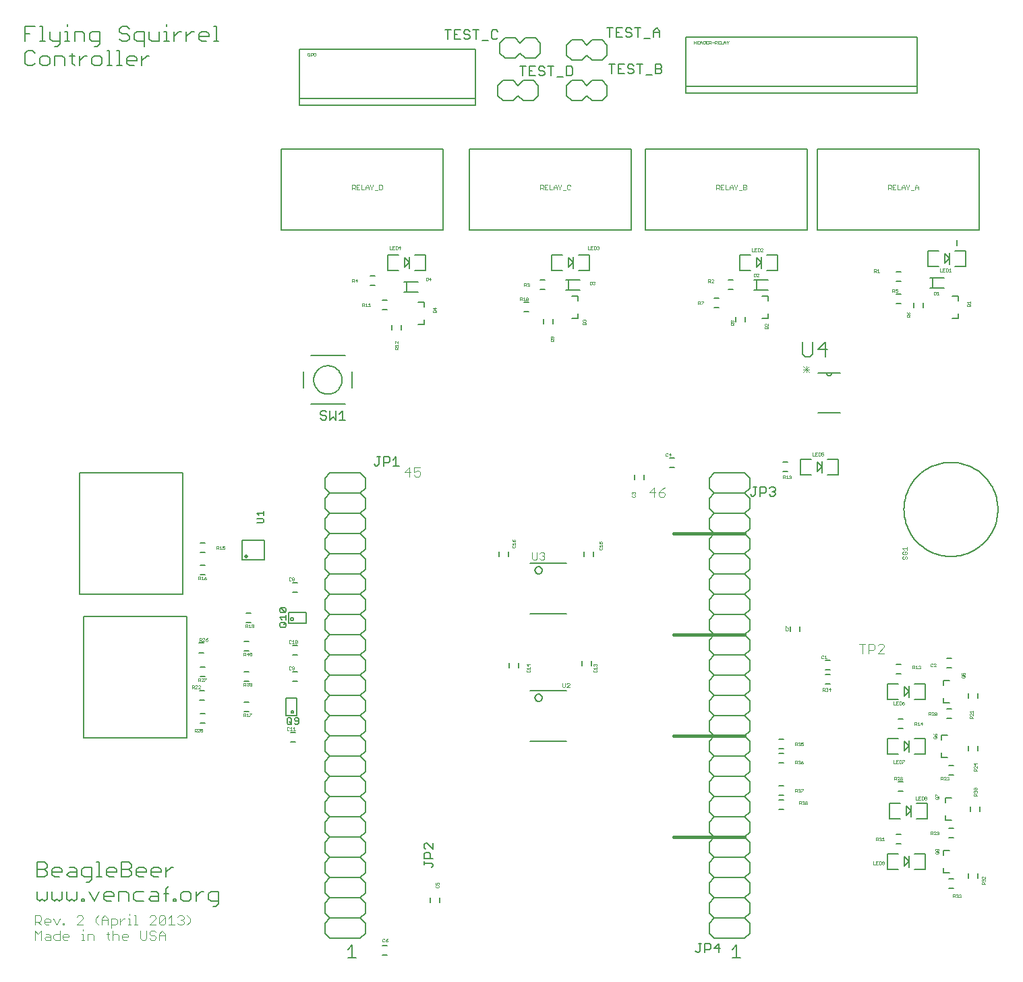
<source format=gto>
G75*
G70*
%OFA0B0*%
%FSLAX24Y24*%
%IPPOS*%
%LPD*%
%AMOC8*
5,1,8,0,0,1.08239X$1,22.5*
%
%ADD10C,0.0160*%
%ADD11C,0.0060*%
%ADD12C,0.0040*%
%ADD13C,0.0050*%
%ADD14C,0.0080*%
%ADD15C,0.0010*%
%ADD16C,0.0020*%
%ADD17C,0.0197*%
%ADD18C,0.0070*%
%ADD19C,0.0030*%
D10*
X032625Y012125D02*
X036125Y012125D01*
X036125Y017125D02*
X032625Y017125D01*
X032625Y022125D02*
X036125Y022125D01*
X036125Y027125D02*
X032625Y027125D01*
D11*
X034375Y026875D02*
X034625Y027125D01*
X034375Y027375D01*
X034375Y027875D01*
X034625Y028125D01*
X034375Y028375D01*
X034375Y028875D01*
X034625Y029125D01*
X034375Y029375D01*
X034375Y029875D01*
X034625Y030125D01*
X036125Y030125D01*
X036375Y029875D01*
X036375Y029375D01*
X036125Y029125D01*
X034625Y029125D01*
X034625Y028125D02*
X036125Y028125D01*
X036375Y028375D01*
X036375Y028875D01*
X036125Y029125D01*
X036125Y028125D02*
X036375Y027875D01*
X036375Y027375D01*
X036125Y027125D01*
X034625Y027125D01*
X034375Y026875D02*
X034375Y026375D01*
X034625Y026125D01*
X036125Y026125D01*
X036375Y026375D01*
X036375Y026875D01*
X036125Y027125D01*
X036125Y026125D02*
X036375Y025875D01*
X036375Y025375D01*
X036125Y025125D01*
X034625Y025125D01*
X034375Y025375D01*
X034375Y025875D01*
X034625Y026125D01*
X034625Y025125D02*
X034375Y024875D01*
X034375Y024375D01*
X034625Y024125D01*
X036125Y024125D01*
X036375Y024375D01*
X036375Y024875D01*
X036125Y025125D01*
X036125Y024125D02*
X036375Y023875D01*
X036375Y023375D01*
X036125Y023125D01*
X034625Y023125D01*
X034375Y023375D01*
X034375Y023875D01*
X034625Y024125D01*
X034625Y023125D02*
X034375Y022875D01*
X034375Y022375D01*
X034625Y022125D01*
X036125Y022125D01*
X036375Y021875D01*
X036375Y021375D01*
X036125Y021125D01*
X034625Y021125D01*
X034375Y021375D01*
X034375Y021875D01*
X034625Y022125D01*
X034625Y021125D02*
X034375Y020875D01*
X034375Y020375D01*
X034625Y020125D01*
X036125Y020125D01*
X036375Y019875D01*
X036375Y019375D01*
X036125Y019125D01*
X034625Y019125D01*
X034375Y019375D01*
X034375Y019875D01*
X034625Y020125D01*
X034625Y019125D02*
X034375Y018875D01*
X034375Y018375D01*
X034625Y018125D01*
X036125Y018125D01*
X036375Y017875D01*
X036375Y017375D01*
X036125Y017125D01*
X034625Y017125D01*
X034375Y017375D01*
X034375Y017875D01*
X034625Y018125D01*
X034625Y017125D02*
X034375Y016875D01*
X034375Y016375D01*
X034625Y016125D01*
X036125Y016125D01*
X036375Y015875D01*
X036375Y015375D01*
X036125Y015125D01*
X034625Y015125D01*
X034375Y015375D01*
X034375Y015875D01*
X034625Y016125D01*
X034625Y015125D02*
X034375Y014875D01*
X034375Y014375D01*
X034625Y014125D01*
X036125Y014125D01*
X036375Y013875D01*
X036375Y013375D01*
X036125Y013125D01*
X034625Y013125D01*
X034375Y013375D01*
X034375Y013875D01*
X034625Y014125D01*
X034625Y013125D02*
X034375Y012875D01*
X034375Y012375D01*
X034625Y012125D01*
X036125Y012125D01*
X036375Y012375D01*
X036375Y012875D01*
X036125Y013125D01*
X036125Y012125D02*
X036375Y011875D01*
X036375Y011375D01*
X036125Y011125D01*
X034625Y011125D01*
X034375Y011375D01*
X034375Y011875D01*
X034625Y012125D01*
X034625Y011125D02*
X034375Y010875D01*
X034375Y010375D01*
X034625Y010125D01*
X036125Y010125D01*
X036375Y010375D01*
X036375Y010875D01*
X036125Y011125D01*
X036125Y010125D02*
X036375Y009875D01*
X036375Y009375D01*
X036125Y009125D01*
X034625Y009125D01*
X034375Y009375D01*
X034375Y009875D01*
X034625Y010125D01*
X034625Y009125D02*
X034375Y008875D01*
X034375Y008375D01*
X034625Y008125D01*
X036125Y008125D01*
X036375Y008375D01*
X036375Y008875D01*
X036125Y009125D01*
X036125Y008125D02*
X036375Y007875D01*
X036375Y007375D01*
X036125Y007125D01*
X034625Y007125D01*
X034375Y007375D01*
X034375Y007875D01*
X034625Y008125D01*
X035724Y006796D02*
X035510Y006582D01*
X035724Y006796D02*
X035724Y006155D01*
X035937Y006155D02*
X035510Y006155D01*
X037807Y013489D02*
X038043Y013489D01*
X038043Y013961D02*
X037807Y013961D01*
X037807Y014189D02*
X038043Y014189D01*
X038043Y014661D02*
X037807Y014661D01*
X037807Y015789D02*
X038043Y015789D01*
X038043Y016261D02*
X037807Y016261D01*
X037807Y016489D02*
X038043Y016489D01*
X038043Y016961D02*
X037807Y016961D01*
X036375Y016875D02*
X036375Y016375D01*
X036125Y016125D01*
X036375Y016875D02*
X036125Y017125D01*
X036125Y018125D02*
X036375Y018375D01*
X036375Y018875D01*
X036125Y019125D01*
X036125Y020125D02*
X036375Y020375D01*
X036375Y020875D01*
X036125Y021125D01*
X036125Y022125D02*
X036375Y022375D01*
X036375Y022875D01*
X036125Y023125D01*
X038389Y022543D02*
X038389Y022307D01*
X038861Y022307D02*
X038861Y022543D01*
X040107Y020861D02*
X040343Y020861D01*
X040343Y020389D02*
X040107Y020389D01*
X040107Y020161D02*
X040343Y020161D01*
X040343Y019689D02*
X040107Y019689D01*
X043607Y020189D02*
X043843Y020189D01*
X043843Y020661D02*
X043607Y020661D01*
X046107Y020489D02*
X046343Y020489D01*
X046343Y020961D02*
X046107Y020961D01*
X047189Y019243D02*
X047189Y019007D01*
X047661Y019007D02*
X047661Y019243D01*
X046343Y018461D02*
X046107Y018461D01*
X046107Y017989D02*
X046343Y017989D01*
X047189Y016643D02*
X047189Y016407D01*
X047661Y016407D02*
X047661Y016643D01*
X046443Y015661D02*
X046207Y015661D01*
X046207Y015189D02*
X046443Y015189D01*
X047289Y013623D02*
X047289Y013387D01*
X047761Y013387D02*
X047761Y013623D01*
X046443Y012561D02*
X046207Y012561D01*
X046207Y012089D02*
X046443Y012089D01*
X047189Y010343D02*
X047189Y010107D01*
X047661Y010107D02*
X047661Y010343D01*
X046443Y010061D02*
X046207Y010061D01*
X046207Y009589D02*
X046443Y009589D01*
X043843Y011789D02*
X043607Y011789D01*
X043607Y012261D02*
X043843Y012261D01*
X043943Y014389D02*
X043707Y014389D01*
X043707Y014861D02*
X043943Y014861D01*
X043943Y017489D02*
X043707Y017489D01*
X043707Y017961D02*
X043943Y017961D01*
X036375Y014875D02*
X036375Y014375D01*
X036125Y014125D01*
X036375Y014875D02*
X036125Y015125D01*
X028561Y020607D02*
X028561Y020843D01*
X028089Y020843D02*
X028089Y020607D01*
X027324Y019371D02*
X025526Y019371D01*
X025765Y019021D02*
X025767Y019047D01*
X025773Y019073D01*
X025782Y019097D01*
X025795Y019120D01*
X025811Y019141D01*
X025830Y019159D01*
X025851Y019175D01*
X025875Y019187D01*
X025899Y019195D01*
X025925Y019200D01*
X025952Y019201D01*
X025978Y019198D01*
X026003Y019191D01*
X026027Y019181D01*
X026050Y019167D01*
X026070Y019151D01*
X026087Y019131D01*
X026102Y019109D01*
X026113Y019085D01*
X026121Y019060D01*
X026125Y019034D01*
X026125Y019008D01*
X026121Y018982D01*
X026113Y018957D01*
X026102Y018933D01*
X026087Y018911D01*
X026070Y018891D01*
X026050Y018875D01*
X026027Y018861D01*
X026003Y018851D01*
X025978Y018844D01*
X025952Y018841D01*
X025925Y018842D01*
X025899Y018847D01*
X025875Y018855D01*
X025851Y018867D01*
X025830Y018883D01*
X025811Y018901D01*
X025795Y018922D01*
X025782Y018945D01*
X025773Y018969D01*
X025767Y018995D01*
X025765Y019021D01*
X024961Y020507D02*
X024961Y020743D01*
X024489Y020743D02*
X024489Y020507D01*
X025526Y023179D02*
X027324Y023179D01*
X027324Y025671D02*
X025526Y025671D01*
X025765Y025321D02*
X025767Y025347D01*
X025773Y025373D01*
X025782Y025397D01*
X025795Y025420D01*
X025811Y025441D01*
X025830Y025459D01*
X025851Y025475D01*
X025875Y025487D01*
X025899Y025495D01*
X025925Y025500D01*
X025952Y025501D01*
X025978Y025498D01*
X026003Y025491D01*
X026027Y025481D01*
X026050Y025467D01*
X026070Y025451D01*
X026087Y025431D01*
X026102Y025409D01*
X026113Y025385D01*
X026121Y025360D01*
X026125Y025334D01*
X026125Y025308D01*
X026121Y025282D01*
X026113Y025257D01*
X026102Y025233D01*
X026087Y025211D01*
X026070Y025191D01*
X026050Y025175D01*
X026027Y025161D01*
X026003Y025151D01*
X025978Y025144D01*
X025952Y025141D01*
X025925Y025142D01*
X025899Y025147D01*
X025875Y025155D01*
X025851Y025167D01*
X025830Y025183D01*
X025811Y025201D01*
X025795Y025222D01*
X025782Y025245D01*
X025773Y025269D01*
X025767Y025295D01*
X025765Y025321D01*
X024461Y026007D02*
X024461Y026243D01*
X023989Y026243D02*
X023989Y026007D01*
X028189Y026007D02*
X028189Y026243D01*
X028661Y026243D02*
X028661Y026007D01*
X030689Y029807D02*
X030689Y030043D01*
X031161Y030043D02*
X031161Y029807D01*
X032407Y030389D02*
X032643Y030389D01*
X032643Y030861D02*
X032407Y030861D01*
X038007Y030661D02*
X038243Y030661D01*
X038243Y030189D02*
X038007Y030189D01*
X039765Y033095D02*
X040845Y033095D01*
X040845Y035055D02*
X040425Y035055D01*
X040185Y035055D01*
X039765Y035055D01*
X040185Y035055D02*
X040187Y035034D01*
X040192Y035014D01*
X040201Y034995D01*
X040213Y034978D01*
X040228Y034963D01*
X040245Y034951D01*
X040264Y034942D01*
X040284Y034937D01*
X040305Y034935D01*
X040326Y034937D01*
X040346Y034942D01*
X040365Y034951D01*
X040382Y034963D01*
X040397Y034978D01*
X040409Y034995D01*
X040418Y035014D01*
X040423Y035034D01*
X040425Y035055D01*
X043607Y038489D02*
X043843Y038489D01*
X043843Y038961D02*
X043607Y038961D01*
X044489Y038543D02*
X044489Y038307D01*
X044961Y038307D02*
X044961Y038543D01*
X043843Y039589D02*
X043607Y039589D01*
X043607Y040061D02*
X043843Y040061D01*
X036161Y037843D02*
X036161Y037607D01*
X035689Y037607D02*
X035689Y037843D01*
X034843Y038289D02*
X034607Y038289D01*
X034607Y038761D02*
X034843Y038761D01*
X035307Y039189D02*
X035543Y039189D01*
X035543Y039661D02*
X035307Y039661D01*
X026661Y037743D02*
X026661Y037507D01*
X026189Y037507D02*
X026189Y037743D01*
X025443Y038089D02*
X025207Y038089D01*
X025207Y038561D02*
X025443Y038561D01*
X026007Y039189D02*
X026243Y039189D01*
X026243Y039661D02*
X026007Y039661D01*
X019161Y037443D02*
X019161Y037207D01*
X018689Y037207D02*
X018689Y037443D01*
X018443Y038189D02*
X018207Y038189D01*
X018207Y038661D02*
X018443Y038661D01*
X017843Y039389D02*
X017607Y039389D01*
X017607Y039861D02*
X017843Y039861D01*
X017125Y030125D02*
X015625Y030125D01*
X015375Y029875D01*
X015375Y029375D01*
X015625Y029125D01*
X017125Y029125D01*
X017375Y029375D01*
X017375Y029875D01*
X017125Y030125D01*
X017125Y029125D02*
X017375Y028875D01*
X017375Y028375D01*
X017125Y028125D01*
X015625Y028125D01*
X015375Y028375D01*
X015375Y028875D01*
X015625Y029125D01*
X015625Y028125D02*
X015375Y027875D01*
X015375Y027375D01*
X015625Y027125D01*
X017125Y027125D01*
X017375Y027375D01*
X017375Y027875D01*
X017125Y028125D01*
X017125Y027125D02*
X017375Y026875D01*
X017375Y026375D01*
X017125Y026125D01*
X015625Y026125D01*
X015375Y026375D01*
X015375Y026875D01*
X015625Y027125D01*
X015625Y026125D02*
X015375Y025875D01*
X015375Y025375D01*
X015625Y025125D01*
X017125Y025125D01*
X017375Y025375D01*
X017375Y025875D01*
X017125Y026125D01*
X017125Y025125D02*
X017375Y024875D01*
X017375Y024375D01*
X017125Y024125D01*
X015625Y024125D01*
X015375Y024375D01*
X015375Y024875D01*
X015625Y025125D01*
X015625Y024125D02*
X015375Y023875D01*
X015375Y023375D01*
X015625Y023125D01*
X017125Y023125D01*
X017375Y023375D01*
X017375Y023875D01*
X017125Y024125D01*
X017125Y023125D02*
X017375Y022875D01*
X017375Y022375D01*
X017125Y022125D01*
X015625Y022125D01*
X015375Y022375D01*
X015375Y022875D01*
X015625Y023125D01*
X015625Y022125D02*
X015375Y021875D01*
X015375Y021375D01*
X015625Y021125D01*
X017125Y021125D01*
X017375Y020875D01*
X017375Y020375D01*
X017125Y020125D01*
X015625Y020125D01*
X015375Y020375D01*
X015375Y020875D01*
X015625Y021125D01*
X015625Y020125D02*
X015375Y019875D01*
X015375Y019375D01*
X015625Y019125D01*
X017125Y019125D01*
X017375Y018875D01*
X017375Y018375D01*
X017125Y018125D01*
X015625Y018125D01*
X015375Y018375D01*
X015375Y018875D01*
X015625Y019125D01*
X015625Y018125D02*
X015375Y017875D01*
X015375Y017375D01*
X015625Y017125D01*
X017125Y017125D01*
X017375Y016875D01*
X017375Y016375D01*
X017125Y016125D01*
X015625Y016125D01*
X015375Y016375D01*
X015375Y016875D01*
X015625Y017125D01*
X015625Y016125D02*
X015375Y015875D01*
X015375Y015375D01*
X015625Y015125D01*
X017125Y015125D01*
X017375Y014875D01*
X017375Y014375D01*
X017125Y014125D01*
X015625Y014125D01*
X015375Y014375D01*
X015375Y014875D01*
X015625Y015125D01*
X015625Y014125D02*
X015375Y013875D01*
X015375Y013375D01*
X015625Y013125D01*
X017125Y013125D01*
X017375Y013375D01*
X017375Y013875D01*
X017125Y014125D01*
X017125Y013125D02*
X017375Y012875D01*
X017375Y012375D01*
X017125Y012125D01*
X015625Y012125D01*
X015375Y012375D01*
X015375Y012875D01*
X015625Y013125D01*
X015625Y012125D02*
X015375Y011875D01*
X015375Y011375D01*
X015625Y011125D01*
X017125Y011125D01*
X017375Y011375D01*
X017375Y011875D01*
X017125Y012125D01*
X017125Y011125D02*
X017375Y010875D01*
X017375Y010375D01*
X017125Y010125D01*
X015625Y010125D01*
X015375Y010375D01*
X015375Y010875D01*
X015625Y011125D01*
X015625Y010125D02*
X015375Y009875D01*
X015375Y009375D01*
X015625Y009125D01*
X017125Y009125D01*
X017375Y009375D01*
X017375Y009875D01*
X017125Y010125D01*
X017125Y009125D02*
X017375Y008875D01*
X017375Y008375D01*
X017125Y008125D01*
X015625Y008125D01*
X015375Y008375D01*
X015375Y008875D01*
X015625Y009125D01*
X015625Y008125D02*
X015375Y007875D01*
X015375Y007375D01*
X015625Y007125D01*
X017125Y007125D01*
X017375Y007375D01*
X017375Y007875D01*
X017125Y008125D01*
X016724Y006796D02*
X016510Y006582D01*
X016724Y006796D02*
X016724Y006155D01*
X016937Y006155D02*
X016510Y006155D01*
X018207Y006289D02*
X018443Y006289D01*
X018443Y006761D02*
X018207Y006761D01*
X020589Y008907D02*
X020589Y009143D01*
X021061Y009143D02*
X021061Y008907D01*
X017125Y015125D02*
X017375Y015375D01*
X017375Y015875D01*
X017125Y016125D01*
X017125Y017125D02*
X017375Y017375D01*
X017375Y017875D01*
X017125Y018125D01*
X017125Y019125D02*
X017375Y019375D01*
X017375Y019875D01*
X017125Y020125D01*
X017125Y021125D02*
X017375Y021375D01*
X017375Y021875D01*
X017125Y022125D01*
X014023Y021611D02*
X013787Y021611D01*
X013787Y021139D02*
X014023Y021139D01*
X014023Y020311D02*
X013787Y020311D01*
X013787Y019839D02*
X014023Y019839D01*
X011623Y019839D02*
X011387Y019839D01*
X011387Y020311D02*
X011623Y020311D01*
X011623Y021339D02*
X011387Y021339D01*
X011387Y021811D02*
X011623Y021811D01*
X011723Y022739D02*
X011487Y022739D01*
X011487Y023211D02*
X011723Y023211D01*
X013787Y024239D02*
X014023Y024239D01*
X014023Y024711D02*
X013787Y024711D01*
X009443Y025089D02*
X009207Y025089D01*
X009207Y025561D02*
X009443Y025561D01*
X009443Y026189D02*
X009207Y026189D01*
X009207Y026661D02*
X009443Y026661D01*
X009403Y021721D02*
X009167Y021721D01*
X009167Y021249D02*
X009403Y021249D01*
X009443Y020541D02*
X009207Y020541D01*
X009207Y020069D02*
X009443Y020069D01*
X009433Y019381D02*
X009197Y019381D01*
X009197Y018909D02*
X009433Y018909D01*
X009453Y018241D02*
X009217Y018241D01*
X009217Y017769D02*
X009453Y017769D01*
X011387Y018339D02*
X011623Y018339D01*
X011623Y018811D02*
X011387Y018811D01*
X013687Y017311D02*
X013923Y017311D01*
X013923Y016839D02*
X013687Y016839D01*
X007902Y010649D02*
X007778Y010649D01*
X007531Y010402D01*
X007288Y010402D02*
X006795Y010402D01*
X006795Y010525D02*
X006918Y010649D01*
X007165Y010649D01*
X007288Y010525D01*
X007288Y010402D01*
X007165Y010155D02*
X006918Y010155D01*
X006795Y010278D01*
X006795Y010525D01*
X006552Y010525D02*
X006428Y010649D01*
X006181Y010649D01*
X006058Y010525D01*
X006058Y010278D01*
X006181Y010155D01*
X006428Y010155D01*
X006552Y010402D02*
X006058Y010402D01*
X005815Y010402D02*
X005815Y010278D01*
X005692Y010155D01*
X005321Y010155D01*
X005321Y010896D01*
X005692Y010896D01*
X005815Y010772D01*
X005815Y010649D01*
X005692Y010525D01*
X005321Y010525D01*
X005078Y010525D02*
X004955Y010649D01*
X004708Y010649D01*
X004585Y010525D01*
X004585Y010278D01*
X004708Y010155D01*
X004955Y010155D01*
X005078Y010402D02*
X004585Y010402D01*
X004341Y010155D02*
X004094Y010155D01*
X004217Y010155D02*
X004217Y010896D01*
X004094Y010896D01*
X003851Y010649D02*
X003480Y010649D01*
X003357Y010525D01*
X003357Y010278D01*
X003480Y010155D01*
X003851Y010155D01*
X003851Y010032D02*
X003851Y010649D01*
X003851Y010032D02*
X003727Y009908D01*
X003604Y009908D01*
X003725Y009449D02*
X003972Y008955D01*
X004219Y009449D01*
X004462Y009325D02*
X004585Y009449D01*
X004832Y009449D01*
X004956Y009325D01*
X004956Y009202D01*
X004462Y009202D01*
X004462Y009325D02*
X004462Y009078D01*
X004585Y008955D01*
X004832Y008955D01*
X005199Y008955D02*
X005199Y009449D01*
X005569Y009449D01*
X005692Y009325D01*
X005692Y008955D01*
X005935Y009078D02*
X006059Y008955D01*
X006429Y008955D01*
X006672Y009078D02*
X006795Y009202D01*
X007166Y009202D01*
X007166Y009325D02*
X007166Y008955D01*
X006795Y008955D01*
X006672Y009078D01*
X006795Y009449D02*
X007042Y009449D01*
X007166Y009325D01*
X007408Y009325D02*
X007655Y009325D01*
X007532Y009572D02*
X007532Y008955D01*
X007900Y008955D02*
X007900Y009078D01*
X008023Y009078D01*
X008023Y008955D01*
X007900Y008955D01*
X008268Y009078D02*
X008391Y008955D01*
X008638Y008955D01*
X008762Y009078D01*
X008762Y009325D01*
X008638Y009449D01*
X008391Y009449D01*
X008268Y009325D01*
X008268Y009078D01*
X007655Y009696D02*
X007532Y009572D01*
X007531Y010155D02*
X007531Y010649D01*
X006552Y010525D02*
X006552Y010402D01*
X005815Y010402D02*
X005692Y010525D01*
X005078Y010525D02*
X005078Y010402D01*
X006059Y009449D02*
X005935Y009325D01*
X005935Y009078D01*
X006059Y009449D02*
X006429Y009449D01*
X009005Y009449D02*
X009005Y008955D01*
X009005Y009202D02*
X009251Y009449D01*
X009375Y009449D01*
X009618Y009325D02*
X009618Y009078D01*
X009742Y008955D01*
X010112Y008955D01*
X010112Y008832D02*
X010112Y009449D01*
X009742Y009449D01*
X009618Y009325D01*
X009865Y008708D02*
X009989Y008708D01*
X010112Y008832D01*
X003480Y008955D02*
X003357Y008955D01*
X003357Y009078D01*
X003480Y009078D01*
X003480Y008955D01*
X003114Y009078D02*
X003114Y009449D01*
X003114Y009078D02*
X002991Y008955D01*
X002867Y009078D01*
X002744Y008955D01*
X002620Y009078D01*
X002620Y009449D01*
X002378Y009449D02*
X002378Y009078D01*
X002254Y008955D01*
X002131Y009078D01*
X002007Y008955D01*
X001884Y009078D01*
X001884Y009449D01*
X001641Y009449D02*
X001641Y009078D01*
X001517Y008955D01*
X001394Y009078D01*
X001271Y008955D01*
X001147Y009078D01*
X001147Y009449D01*
X001147Y010155D02*
X001517Y010155D01*
X001641Y010278D01*
X001641Y010402D01*
X001517Y010525D01*
X001147Y010525D01*
X001147Y010155D02*
X001147Y010896D01*
X001517Y010896D01*
X001641Y010772D01*
X001641Y010649D01*
X001517Y010525D01*
X001884Y010525D02*
X002007Y010649D01*
X002254Y010649D01*
X002378Y010525D01*
X002378Y010402D01*
X001884Y010402D01*
X001884Y010525D02*
X001884Y010278D01*
X002007Y010155D01*
X002254Y010155D01*
X002620Y010278D02*
X002744Y010402D01*
X003114Y010402D01*
X003114Y010525D02*
X003114Y010155D01*
X002744Y010155D01*
X002620Y010278D01*
X002744Y010649D02*
X002991Y010649D01*
X003114Y010525D01*
X025526Y016879D02*
X027324Y016879D01*
X006325Y050255D02*
X006325Y050749D01*
X006325Y050502D02*
X006572Y050749D01*
X006696Y050749D01*
X006451Y051208D02*
X006451Y051949D01*
X006080Y051949D01*
X005957Y051825D01*
X005957Y051578D01*
X006080Y051455D01*
X006451Y051455D01*
X006694Y051578D02*
X006817Y051455D01*
X007187Y051455D01*
X007187Y051949D01*
X007430Y051949D02*
X007554Y051949D01*
X007554Y051455D01*
X007677Y051455D02*
X007430Y051455D01*
X007921Y051455D02*
X007921Y051949D01*
X007921Y051702D02*
X008168Y051949D01*
X008292Y051949D01*
X008535Y051949D02*
X008535Y051455D01*
X008535Y051702D02*
X008782Y051949D01*
X008905Y051949D01*
X009149Y051825D02*
X009272Y051949D01*
X009519Y051949D01*
X009643Y051825D01*
X009643Y051702D01*
X009149Y051702D01*
X009149Y051825D02*
X009149Y051578D01*
X009272Y051455D01*
X009519Y051455D01*
X009886Y051455D02*
X010133Y051455D01*
X010009Y051455D02*
X010009Y052196D01*
X009886Y052196D01*
X007554Y052196D02*
X007554Y052319D01*
X006694Y051949D02*
X006694Y051578D01*
X005714Y051578D02*
X005714Y051702D01*
X005591Y051825D01*
X005344Y051825D01*
X005220Y051949D01*
X005220Y052072D01*
X005344Y052196D01*
X005591Y052196D01*
X005714Y052072D01*
X005714Y051578D02*
X005591Y051455D01*
X005344Y051455D01*
X005220Y051578D01*
X005221Y050996D02*
X005098Y050996D01*
X005221Y050996D02*
X005221Y050255D01*
X005098Y050255D02*
X005344Y050255D01*
X005589Y050378D02*
X005589Y050625D01*
X005712Y050749D01*
X005959Y050749D01*
X006082Y050625D01*
X006082Y050502D01*
X005589Y050502D01*
X005589Y050378D02*
X005712Y050255D01*
X005959Y050255D01*
X004853Y050255D02*
X004606Y050255D01*
X004730Y050255D02*
X004730Y050996D01*
X004606Y050996D01*
X004240Y050749D02*
X003993Y050749D01*
X003870Y050625D01*
X003870Y050378D01*
X003993Y050255D01*
X004240Y050255D01*
X004364Y050378D01*
X004364Y050625D01*
X004240Y050749D01*
X004117Y051208D02*
X004241Y051332D01*
X004241Y051949D01*
X003870Y051949D01*
X003747Y051825D01*
X003747Y051578D01*
X003870Y051455D01*
X004241Y051455D01*
X004117Y051208D02*
X003994Y051208D01*
X003504Y051455D02*
X003504Y051825D01*
X003381Y051949D01*
X003010Y051949D01*
X003010Y051455D01*
X002766Y051455D02*
X002519Y051455D01*
X002643Y051455D02*
X002643Y051949D01*
X002519Y051949D01*
X002276Y051949D02*
X002276Y051332D01*
X002153Y051208D01*
X002030Y051208D01*
X001906Y051455D02*
X002276Y051455D01*
X001906Y051455D02*
X001783Y051578D01*
X001783Y051949D01*
X001415Y052196D02*
X001415Y051455D01*
X001292Y051455D02*
X001539Y051455D01*
X001662Y050749D02*
X001415Y050749D01*
X001292Y050625D01*
X001292Y050378D01*
X001415Y050255D01*
X001662Y050255D01*
X001785Y050378D01*
X001785Y050625D01*
X001662Y050749D01*
X002028Y050749D02*
X002399Y050749D01*
X002522Y050625D01*
X002522Y050255D01*
X002888Y050378D02*
X002888Y050872D01*
X002765Y050749D02*
X003012Y050749D01*
X003256Y050749D02*
X003256Y050255D01*
X003012Y050255D02*
X002888Y050378D01*
X003256Y050502D02*
X003503Y050749D01*
X003626Y050749D01*
X002643Y052196D02*
X002643Y052319D01*
X001415Y052196D02*
X001292Y052196D01*
X001049Y052196D02*
X000555Y052196D01*
X000555Y051455D01*
X000555Y051825D02*
X000802Y051825D01*
X000925Y050996D02*
X000678Y050996D01*
X000555Y050872D01*
X000555Y050378D01*
X000678Y050255D01*
X000925Y050255D01*
X001049Y050378D01*
X001049Y050872D02*
X000925Y050996D01*
X002028Y050749D02*
X002028Y050255D01*
D12*
X001045Y007505D02*
X001045Y007045D01*
X001352Y007045D02*
X001352Y007505D01*
X001198Y007352D01*
X001045Y007505D01*
X001045Y007795D02*
X001045Y008255D01*
X001275Y008255D01*
X001352Y008179D01*
X001352Y008025D01*
X001275Y007948D01*
X001045Y007948D01*
X001198Y007948D02*
X001352Y007795D01*
X001505Y007872D02*
X001505Y008025D01*
X001582Y008102D01*
X001736Y008102D01*
X001812Y008025D01*
X001812Y007948D01*
X001505Y007948D01*
X001505Y007872D02*
X001582Y007795D01*
X001736Y007795D01*
X001966Y008102D02*
X002119Y007795D01*
X002273Y008102D01*
X002426Y007872D02*
X002503Y007872D01*
X002503Y007795D01*
X002426Y007795D01*
X002426Y007872D01*
X002273Y007505D02*
X002273Y007045D01*
X002043Y007045D01*
X001966Y007122D01*
X001966Y007275D01*
X002043Y007352D01*
X002273Y007352D01*
X002426Y007275D02*
X002503Y007352D01*
X002656Y007352D01*
X002733Y007275D01*
X002733Y007198D01*
X002426Y007198D01*
X002426Y007122D02*
X002426Y007275D01*
X002426Y007122D02*
X002503Y007045D01*
X002656Y007045D01*
X003347Y007045D02*
X003500Y007045D01*
X003424Y007045D02*
X003424Y007352D01*
X003347Y007352D01*
X003424Y007505D02*
X003424Y007582D01*
X003424Y007795D02*
X003117Y007795D01*
X003424Y008102D01*
X003424Y008179D01*
X003347Y008255D01*
X003193Y008255D01*
X003117Y008179D01*
X004038Y008102D02*
X004191Y008255D01*
X004038Y008102D02*
X004038Y007948D01*
X004191Y007795D01*
X004344Y007795D02*
X004344Y008102D01*
X004498Y008255D01*
X004651Y008102D01*
X004651Y007795D01*
X004805Y007795D02*
X005035Y007795D01*
X005112Y007872D01*
X005112Y008025D01*
X005035Y008102D01*
X004805Y008102D01*
X004805Y007642D01*
X004882Y007505D02*
X004882Y007045D01*
X004728Y007045D02*
X004651Y007122D01*
X004651Y007429D01*
X004575Y007352D02*
X004728Y007352D01*
X004882Y007275D02*
X004958Y007352D01*
X005112Y007352D01*
X005189Y007275D01*
X005189Y007045D01*
X005342Y007122D02*
X005342Y007275D01*
X005419Y007352D01*
X005572Y007352D01*
X005649Y007275D01*
X005649Y007198D01*
X005342Y007198D01*
X005342Y007122D02*
X005419Y007045D01*
X005572Y007045D01*
X005649Y007795D02*
X005802Y007795D01*
X005726Y007795D02*
X005726Y008102D01*
X005649Y008102D01*
X005495Y008102D02*
X005419Y008102D01*
X005265Y007948D01*
X005265Y007795D02*
X005265Y008102D01*
X005726Y008255D02*
X005726Y008332D01*
X005956Y008255D02*
X006033Y008255D01*
X006033Y007795D01*
X006109Y007795D02*
X005956Y007795D01*
X006263Y007505D02*
X006263Y007122D01*
X006340Y007045D01*
X006493Y007045D01*
X006570Y007122D01*
X006570Y007505D01*
X006723Y007429D02*
X006723Y007352D01*
X006800Y007275D01*
X006953Y007275D01*
X007030Y007198D01*
X007030Y007122D01*
X006953Y007045D01*
X006800Y007045D01*
X006723Y007122D01*
X006723Y007429D02*
X006800Y007505D01*
X006953Y007505D01*
X007030Y007429D01*
X007184Y007352D02*
X007337Y007505D01*
X007490Y007352D01*
X007490Y007045D01*
X007490Y007275D02*
X007184Y007275D01*
X007184Y007352D02*
X007184Y007045D01*
X007260Y007795D02*
X007184Y007872D01*
X007490Y008179D01*
X007490Y007872D01*
X007414Y007795D01*
X007260Y007795D01*
X007184Y007872D02*
X007184Y008179D01*
X007260Y008255D01*
X007414Y008255D01*
X007490Y008179D01*
X007644Y008102D02*
X007797Y008255D01*
X007797Y007795D01*
X007644Y007795D02*
X007951Y007795D01*
X008104Y007872D02*
X008181Y007795D01*
X008335Y007795D01*
X008411Y007872D01*
X008411Y007948D01*
X008335Y008025D01*
X008258Y008025D01*
X008335Y008025D02*
X008411Y008102D01*
X008411Y008179D01*
X008335Y008255D01*
X008181Y008255D01*
X008104Y008179D01*
X008565Y008255D02*
X008718Y008102D01*
X008718Y007948D01*
X008565Y007795D01*
X007030Y007795D02*
X006723Y007795D01*
X007030Y008102D01*
X007030Y008179D01*
X006953Y008255D01*
X006800Y008255D01*
X006723Y008179D01*
X004651Y008025D02*
X004344Y008025D01*
X003884Y007352D02*
X003961Y007275D01*
X003961Y007045D01*
X003654Y007045D02*
X003654Y007352D01*
X003884Y007352D01*
X001812Y007275D02*
X001812Y007045D01*
X001582Y007045D01*
X001505Y007122D01*
X001582Y007198D01*
X001812Y007198D01*
X001812Y007275D02*
X001736Y007352D01*
X001582Y007352D01*
X019554Y029945D02*
X019554Y030405D01*
X019324Y030175D01*
X019631Y030175D01*
X019785Y030175D02*
X019938Y030252D01*
X020015Y030252D01*
X020092Y030175D01*
X020092Y030022D01*
X020015Y029945D01*
X019861Y029945D01*
X019785Y030022D01*
X019785Y030175D02*
X019785Y030405D01*
X020092Y030405D01*
X025625Y026201D02*
X025625Y025901D01*
X025685Y025841D01*
X025805Y025841D01*
X025865Y025901D01*
X025865Y026201D01*
X025993Y026141D02*
X026053Y026201D01*
X026173Y026201D01*
X026234Y026141D01*
X026234Y026081D01*
X026173Y026021D01*
X026234Y025961D01*
X026234Y025901D01*
X026173Y025841D01*
X026053Y025841D01*
X025993Y025901D01*
X026113Y026021D02*
X026173Y026021D01*
X031424Y029175D02*
X031731Y029175D01*
X031885Y029175D02*
X032115Y029175D01*
X032192Y029098D01*
X032192Y029022D01*
X032115Y028945D01*
X031961Y028945D01*
X031885Y029022D01*
X031885Y029175D01*
X032038Y029329D01*
X032192Y029405D01*
X031654Y029405D02*
X031654Y028945D01*
X031424Y029175D02*
X031654Y029405D01*
X041791Y021679D02*
X042098Y021679D01*
X042251Y021679D02*
X042481Y021679D01*
X042558Y021603D01*
X042558Y021449D01*
X042481Y021372D01*
X042251Y021372D01*
X042251Y021219D02*
X042251Y021679D01*
X041944Y021679D02*
X041944Y021219D01*
X042711Y021219D02*
X043018Y021526D01*
X043018Y021603D01*
X042942Y021679D01*
X042788Y021679D01*
X042711Y021603D01*
X042711Y021219D02*
X043018Y021219D01*
D13*
X037566Y028980D02*
X037416Y028980D01*
X037341Y029055D01*
X037491Y029205D02*
X037566Y029205D01*
X037641Y029130D01*
X037641Y029055D01*
X037566Y028980D01*
X037566Y029205D02*
X037641Y029280D01*
X037641Y029355D01*
X037566Y029430D01*
X037416Y029430D01*
X037341Y029355D01*
X037181Y029355D02*
X037181Y029205D01*
X037106Y029130D01*
X036880Y029130D01*
X036880Y028980D02*
X036880Y029430D01*
X037106Y029430D01*
X037181Y029355D01*
X036720Y029430D02*
X036570Y029430D01*
X036645Y029430D02*
X036645Y029055D01*
X036570Y028980D01*
X036495Y028980D01*
X036420Y029055D01*
X046625Y041375D02*
X046625Y041625D01*
X032022Y049945D02*
X031947Y049870D01*
X031722Y049870D01*
X031722Y050320D01*
X031947Y050320D01*
X032022Y050245D01*
X032022Y050170D01*
X031947Y050095D01*
X031722Y050095D01*
X031947Y050095D02*
X032022Y050020D01*
X032022Y049945D01*
X031562Y049795D02*
X031262Y049795D01*
X030951Y049870D02*
X030951Y050320D01*
X030801Y050320D02*
X031101Y050320D01*
X030641Y050245D02*
X030566Y050320D01*
X030416Y050320D01*
X030341Y050245D01*
X030341Y050170D01*
X030416Y050095D01*
X030566Y050095D01*
X030641Y050020D01*
X030641Y049945D01*
X030566Y049870D01*
X030416Y049870D01*
X030341Y049945D01*
X030181Y049870D02*
X029880Y049870D01*
X029880Y050320D01*
X030181Y050320D01*
X030031Y050095D02*
X029880Y050095D01*
X029720Y050320D02*
X029420Y050320D01*
X029570Y050320D02*
X029570Y049870D01*
X029470Y051670D02*
X029470Y052120D01*
X029320Y052120D02*
X029620Y052120D01*
X029780Y052120D02*
X029780Y051670D01*
X030081Y051670D01*
X030241Y051745D02*
X030316Y051670D01*
X030466Y051670D01*
X030541Y051745D01*
X030541Y051820D01*
X030466Y051895D01*
X030316Y051895D01*
X030241Y051970D01*
X030241Y052045D01*
X030316Y052120D01*
X030466Y052120D01*
X030541Y052045D01*
X030701Y052120D02*
X031001Y052120D01*
X030851Y052120D02*
X030851Y051670D01*
X031162Y051595D02*
X031462Y051595D01*
X031622Y051670D02*
X031622Y051970D01*
X031772Y052120D01*
X031922Y051970D01*
X031922Y051670D01*
X031922Y051895D02*
X031622Y051895D01*
X030081Y052120D02*
X029780Y052120D01*
X029780Y051895D02*
X029931Y051895D01*
X027622Y050145D02*
X027622Y049845D01*
X027547Y049770D01*
X027322Y049770D01*
X027322Y050220D01*
X027547Y050220D01*
X027622Y050145D01*
X027162Y049695D02*
X026862Y049695D01*
X026551Y049770D02*
X026551Y050220D01*
X026401Y050220D02*
X026701Y050220D01*
X026241Y050145D02*
X026166Y050220D01*
X026016Y050220D01*
X025941Y050145D01*
X025941Y050070D01*
X026016Y049995D01*
X026166Y049995D01*
X026241Y049920D01*
X026241Y049845D01*
X026166Y049770D01*
X026016Y049770D01*
X025941Y049845D01*
X025781Y049770D02*
X025480Y049770D01*
X025480Y050220D01*
X025781Y050220D01*
X025631Y049995D02*
X025480Y049995D01*
X025320Y050220D02*
X025020Y050220D01*
X025170Y050220D02*
X025170Y049770D01*
X023847Y051570D02*
X023697Y051570D01*
X023622Y051645D01*
X023622Y051945D01*
X023697Y052020D01*
X023847Y052020D01*
X023922Y051945D01*
X023922Y051645D02*
X023847Y051570D01*
X023462Y051495D02*
X023162Y051495D01*
X022851Y051570D02*
X022851Y052020D01*
X022701Y052020D02*
X023001Y052020D01*
X022541Y051945D02*
X022466Y052020D01*
X022316Y052020D01*
X022241Y051945D01*
X022241Y051870D01*
X022316Y051795D01*
X022466Y051795D01*
X022541Y051720D01*
X022541Y051645D01*
X022466Y051570D01*
X022316Y051570D01*
X022241Y051645D01*
X022081Y051570D02*
X021780Y051570D01*
X021780Y052020D01*
X022081Y052020D01*
X021931Y051795D02*
X021780Y051795D01*
X021620Y052020D02*
X021320Y052020D01*
X021470Y052020D02*
X021470Y051570D01*
X016240Y033200D02*
X016240Y032750D01*
X016090Y032750D02*
X016390Y032750D01*
X016090Y033050D02*
X016240Y033200D01*
X015929Y033200D02*
X015929Y032750D01*
X015779Y032900D01*
X015629Y032750D01*
X015629Y033200D01*
X015469Y033125D02*
X015394Y033200D01*
X015244Y033200D01*
X015169Y033125D01*
X015169Y033050D01*
X015244Y032975D01*
X015394Y032975D01*
X015469Y032900D01*
X015469Y032825D01*
X015394Y032750D01*
X015244Y032750D01*
X015169Y032825D01*
X017970Y030930D02*
X018120Y030930D01*
X018045Y030930D02*
X018045Y030555D01*
X017970Y030480D01*
X017895Y030480D01*
X017820Y030555D01*
X018280Y030480D02*
X018280Y030930D01*
X018506Y030930D01*
X018581Y030855D01*
X018581Y030705D01*
X018506Y030630D01*
X018280Y030630D01*
X018741Y030480D02*
X019041Y030480D01*
X018891Y030480D02*
X018891Y030930D01*
X018741Y030780D01*
X014438Y023241D02*
X013572Y023241D01*
X013572Y022709D01*
X014438Y022709D01*
X014438Y023241D01*
X013685Y022911D02*
X013687Y022926D01*
X013692Y022941D01*
X013701Y022953D01*
X013713Y022964D01*
X013726Y022971D01*
X013741Y022975D01*
X013757Y022975D01*
X013772Y022971D01*
X013785Y022964D01*
X013797Y022953D01*
X013806Y022941D01*
X013811Y022926D01*
X013813Y022911D01*
X013811Y022896D01*
X013806Y022881D01*
X013797Y022869D01*
X013785Y022858D01*
X013772Y022851D01*
X013757Y022847D01*
X013741Y022847D01*
X013726Y022851D01*
X013713Y022858D01*
X013701Y022869D01*
X013692Y022881D01*
X013687Y022896D01*
X013685Y022911D01*
X013439Y019008D02*
X013439Y018142D01*
X013971Y018142D01*
X013971Y019008D01*
X013439Y019008D01*
X013705Y018319D02*
X013707Y018334D01*
X013712Y018349D01*
X013721Y018361D01*
X013733Y018372D01*
X013746Y018379D01*
X013761Y018383D01*
X013777Y018383D01*
X013792Y018379D01*
X013805Y018372D01*
X013817Y018361D01*
X013826Y018349D01*
X013831Y018334D01*
X013833Y018319D01*
X013831Y018304D01*
X013826Y018289D01*
X013817Y018277D01*
X013805Y018266D01*
X013792Y018259D01*
X013777Y018255D01*
X013761Y018255D01*
X013746Y018259D01*
X013733Y018266D01*
X013721Y018277D01*
X013712Y018289D01*
X013707Y018304D01*
X013705Y018319D01*
X020280Y011766D02*
X020280Y011616D01*
X020355Y011541D01*
X020355Y011381D02*
X020505Y011381D01*
X020580Y011306D01*
X020580Y011080D01*
X020730Y011080D02*
X020280Y011080D01*
X020280Y011306D01*
X020355Y011381D01*
X020280Y011766D02*
X020355Y011841D01*
X020430Y011841D01*
X020730Y011541D01*
X020730Y011841D01*
X020655Y010845D02*
X020280Y010845D01*
X020280Y010770D02*
X020280Y010920D01*
X020655Y010845D02*
X020730Y010770D01*
X020730Y010695D01*
X020655Y010620D01*
X033699Y006495D02*
X033774Y006420D01*
X033849Y006420D01*
X033924Y006495D01*
X033924Y006870D01*
X033849Y006870D02*
X033999Y006870D01*
X034159Y006870D02*
X034159Y006420D01*
X034159Y006570D02*
X034384Y006570D01*
X034459Y006645D01*
X034459Y006795D01*
X034384Y006870D01*
X034159Y006870D01*
X034620Y006645D02*
X034920Y006645D01*
X034845Y006420D02*
X034845Y006870D01*
X034620Y006645D01*
D14*
X043180Y010531D02*
X043731Y010531D01*
X044007Y010689D02*
X044243Y010925D01*
X044007Y011161D01*
X044007Y010689D01*
X044243Y010649D02*
X044243Y010925D01*
X044243Y011201D01*
X044519Y011319D02*
X045070Y011319D01*
X045070Y010531D01*
X044519Y010531D01*
X043731Y011319D02*
X043180Y011319D01*
X043180Y010531D01*
X043280Y013031D02*
X043831Y013031D01*
X044107Y013189D02*
X044343Y013425D01*
X044107Y013661D01*
X044107Y013189D01*
X044343Y013149D02*
X044343Y013425D01*
X044343Y013701D01*
X044619Y013819D02*
X045170Y013819D01*
X045170Y013031D01*
X044619Y013031D01*
X043831Y013819D02*
X043280Y013819D01*
X043280Y013031D01*
X046049Y012974D02*
X046364Y012974D01*
X046049Y012974D02*
X046049Y013210D01*
X046049Y013840D02*
X046049Y014076D01*
X046364Y014076D01*
X046164Y016074D02*
X045849Y016074D01*
X045849Y016310D01*
X045070Y016231D02*
X044519Y016231D01*
X044243Y016349D02*
X044243Y016625D01*
X044007Y016389D01*
X044007Y016861D01*
X044243Y016625D01*
X044243Y016901D01*
X044519Y017019D02*
X045070Y017019D01*
X045070Y016231D01*
X045849Y016940D02*
X045849Y017176D01*
X046164Y017176D01*
X046264Y018774D02*
X045949Y018774D01*
X045949Y019010D01*
X045949Y019640D02*
X045949Y019876D01*
X046264Y019876D01*
X045070Y019719D02*
X045070Y018931D01*
X044519Y018931D01*
X044243Y019049D02*
X044243Y019325D01*
X044007Y019089D01*
X044007Y019561D01*
X044243Y019325D01*
X044243Y019601D01*
X044519Y019719D02*
X045070Y019719D01*
X043731Y019719D02*
X043180Y019719D01*
X043180Y018931D01*
X043731Y018931D01*
X043731Y017019D02*
X043180Y017019D01*
X043180Y016231D01*
X043731Y016231D01*
X045949Y011476D02*
X046264Y011476D01*
X045949Y011476D02*
X045949Y011240D01*
X045949Y010610D02*
X045949Y010374D01*
X046264Y010374D01*
X044002Y028325D02*
X044005Y028439D01*
X044013Y028553D01*
X044027Y028666D01*
X044047Y028778D01*
X044072Y028889D01*
X044102Y028999D01*
X044138Y029108D01*
X044179Y029214D01*
X044225Y029318D01*
X044276Y029420D01*
X044332Y029519D01*
X044393Y029616D01*
X044459Y029709D01*
X044529Y029799D01*
X044604Y029885D01*
X044682Y029968D01*
X044765Y030046D01*
X044851Y030121D01*
X044941Y030191D01*
X045034Y030257D01*
X045131Y030318D01*
X045230Y030374D01*
X045332Y030425D01*
X045436Y030471D01*
X045542Y030512D01*
X045651Y030548D01*
X045761Y030578D01*
X045872Y030603D01*
X045984Y030623D01*
X046097Y030637D01*
X046211Y030645D01*
X046325Y030648D01*
X046439Y030645D01*
X046553Y030637D01*
X046666Y030623D01*
X046778Y030603D01*
X046889Y030578D01*
X046999Y030548D01*
X047108Y030512D01*
X047214Y030471D01*
X047318Y030425D01*
X047420Y030374D01*
X047519Y030318D01*
X047616Y030257D01*
X047709Y030191D01*
X047799Y030121D01*
X047885Y030046D01*
X047968Y029968D01*
X048046Y029885D01*
X048121Y029799D01*
X048191Y029709D01*
X048257Y029616D01*
X048318Y029519D01*
X048374Y029420D01*
X048425Y029318D01*
X048471Y029214D01*
X048512Y029108D01*
X048548Y028999D01*
X048578Y028889D01*
X048603Y028778D01*
X048623Y028666D01*
X048637Y028553D01*
X048645Y028439D01*
X048648Y028325D01*
X048645Y028211D01*
X048637Y028097D01*
X048623Y027984D01*
X048603Y027872D01*
X048578Y027761D01*
X048548Y027651D01*
X048512Y027542D01*
X048471Y027436D01*
X048425Y027332D01*
X048374Y027230D01*
X048318Y027131D01*
X048257Y027034D01*
X048191Y026941D01*
X048121Y026851D01*
X048046Y026765D01*
X047968Y026682D01*
X047885Y026604D01*
X047799Y026529D01*
X047709Y026459D01*
X047616Y026393D01*
X047519Y026332D01*
X047420Y026276D01*
X047318Y026225D01*
X047214Y026179D01*
X047108Y026138D01*
X046999Y026102D01*
X046889Y026072D01*
X046778Y026047D01*
X046666Y026027D01*
X046553Y026013D01*
X046439Y026005D01*
X046325Y026002D01*
X046211Y026005D01*
X046097Y026013D01*
X045984Y026027D01*
X045872Y026047D01*
X045761Y026072D01*
X045651Y026102D01*
X045542Y026138D01*
X045436Y026179D01*
X045332Y026225D01*
X045230Y026276D01*
X045131Y026332D01*
X045034Y026393D01*
X044941Y026459D01*
X044851Y026529D01*
X044765Y026604D01*
X044682Y026682D01*
X044604Y026765D01*
X044529Y026851D01*
X044459Y026941D01*
X044393Y027034D01*
X044332Y027131D01*
X044276Y027230D01*
X044225Y027332D01*
X044179Y027436D01*
X044138Y027542D01*
X044102Y027651D01*
X044072Y027761D01*
X044047Y027872D01*
X044027Y027984D01*
X044013Y028097D01*
X044005Y028211D01*
X044002Y028325D01*
X040770Y030031D02*
X040219Y030031D01*
X039943Y030149D02*
X039943Y030425D01*
X039707Y030189D01*
X039707Y030661D01*
X039943Y030425D01*
X039943Y030701D01*
X040219Y030819D02*
X040770Y030819D01*
X040770Y030031D01*
X039431Y030031D02*
X038880Y030031D01*
X038880Y030819D01*
X039431Y030819D01*
X039355Y035865D02*
X039108Y035865D01*
X038985Y035988D01*
X038985Y036606D01*
X039479Y036606D02*
X039479Y035988D01*
X039355Y035865D01*
X039740Y036235D02*
X040234Y036235D01*
X040110Y035865D02*
X040110Y036606D01*
X039740Y036235D01*
X037301Y037774D02*
X037301Y038010D01*
X037301Y037774D02*
X036986Y037774D01*
X037301Y038640D02*
X037301Y038876D01*
X036986Y038876D01*
X036728Y039169D02*
X036728Y039681D01*
X037279Y039681D01*
X037219Y040131D02*
X037770Y040131D01*
X037770Y040919D01*
X037219Y040919D01*
X036943Y040801D02*
X036943Y040525D01*
X036707Y040289D01*
X036707Y040761D01*
X036943Y040525D01*
X036943Y040249D01*
X036431Y040131D02*
X035880Y040131D01*
X035880Y040919D01*
X036431Y040919D01*
X036571Y039681D02*
X036728Y039681D01*
X036728Y039169D02*
X037279Y039169D01*
X036728Y039169D02*
X036571Y039169D01*
X039225Y042125D02*
X031225Y042125D01*
X031225Y046125D01*
X039225Y046125D01*
X039225Y042125D01*
X039725Y042125D02*
X039725Y046125D01*
X047725Y046125D01*
X047725Y042125D01*
X039725Y042125D01*
X045180Y041119D02*
X045180Y040331D01*
X045731Y040331D01*
X046007Y040489D02*
X046243Y040725D01*
X046007Y040961D01*
X046007Y040489D01*
X046243Y040449D02*
X046243Y040725D01*
X046243Y041001D01*
X046519Y041119D02*
X047070Y041119D01*
X047070Y040331D01*
X046519Y040331D01*
X045979Y039781D02*
X045428Y039781D01*
X045428Y039269D01*
X045979Y039269D01*
X045428Y039269D02*
X045271Y039269D01*
X045271Y039781D02*
X045428Y039781D01*
X046386Y038876D02*
X046701Y038876D01*
X046701Y038640D01*
X046701Y038010D02*
X046701Y037774D01*
X046386Y037774D01*
X045731Y041119D02*
X045180Y041119D01*
X044660Y048908D02*
X033219Y048908D01*
X033219Y049223D01*
X044660Y049223D01*
X044660Y048908D01*
X044660Y049223D02*
X044660Y051664D01*
X033219Y051664D01*
X033219Y049223D01*
X030525Y046125D02*
X022525Y046125D01*
X022525Y042125D01*
X030525Y042125D01*
X030525Y046125D01*
X029075Y048525D02*
X028575Y048525D01*
X028325Y048775D01*
X028075Y048525D01*
X027575Y048525D01*
X027325Y048775D01*
X027325Y049275D01*
X027575Y049525D01*
X028075Y049525D01*
X028325Y049275D01*
X028575Y049525D01*
X029075Y049525D01*
X029325Y049275D01*
X029325Y048775D01*
X029075Y048525D01*
X029075Y050525D02*
X028575Y050525D01*
X028325Y050775D01*
X028075Y050525D01*
X027575Y050525D01*
X027325Y050775D01*
X027325Y051275D01*
X027575Y051525D01*
X028075Y051525D01*
X028325Y051275D01*
X028575Y051525D01*
X029075Y051525D01*
X029325Y051275D01*
X029325Y050775D01*
X029075Y050525D01*
X026025Y050875D02*
X026025Y051375D01*
X025775Y051625D01*
X025275Y051625D01*
X025025Y051375D01*
X024775Y051625D01*
X024275Y051625D01*
X024025Y051375D01*
X024025Y050875D01*
X024275Y050625D01*
X024775Y050625D01*
X025025Y050875D01*
X025275Y050625D01*
X025775Y050625D01*
X026025Y050875D01*
X025675Y049525D02*
X025175Y049525D01*
X024925Y049275D01*
X024675Y049525D01*
X024175Y049525D01*
X023925Y049275D01*
X023925Y048775D01*
X024175Y048525D01*
X024675Y048525D01*
X024925Y048775D01*
X025175Y048525D01*
X025675Y048525D01*
X025925Y048775D01*
X025925Y049275D01*
X025675Y049525D01*
X022805Y048623D02*
X022805Y048308D01*
X014119Y048308D01*
X014119Y048623D01*
X022805Y048623D01*
X022805Y051064D01*
X014119Y051064D01*
X014119Y048623D01*
X013225Y046125D02*
X021225Y046125D01*
X021225Y042125D01*
X013225Y042125D01*
X013225Y046125D01*
X018480Y040919D02*
X018480Y040131D01*
X019031Y040131D01*
X019307Y040289D02*
X019307Y040761D01*
X019543Y040525D01*
X019307Y040289D01*
X019543Y040249D02*
X019543Y040525D01*
X019543Y040801D01*
X019819Y040919D02*
X020370Y040919D01*
X020370Y040131D01*
X019819Y040131D01*
X019979Y039581D02*
X019428Y039581D01*
X019428Y039069D01*
X019979Y039069D01*
X019986Y038576D02*
X020301Y038576D01*
X020301Y038340D01*
X020301Y037710D02*
X020301Y037474D01*
X019986Y037474D01*
X019428Y039069D02*
X019271Y039069D01*
X019271Y039581D02*
X019428Y039581D01*
X019031Y040919D02*
X018480Y040919D01*
X016375Y035925D02*
X014675Y035925D01*
X014325Y035125D02*
X014325Y034332D01*
X014675Y033525D02*
X016375Y033525D01*
X016725Y034320D02*
X016725Y035125D01*
X014825Y034725D02*
X014827Y034777D01*
X014833Y034829D01*
X014843Y034881D01*
X014856Y034931D01*
X014873Y034981D01*
X014894Y035029D01*
X014919Y035075D01*
X014947Y035119D01*
X014978Y035161D01*
X015012Y035201D01*
X015049Y035238D01*
X015089Y035272D01*
X015131Y035303D01*
X015175Y035331D01*
X015221Y035356D01*
X015269Y035377D01*
X015319Y035394D01*
X015369Y035407D01*
X015421Y035417D01*
X015473Y035423D01*
X015525Y035425D01*
X015577Y035423D01*
X015629Y035417D01*
X015681Y035407D01*
X015731Y035394D01*
X015781Y035377D01*
X015829Y035356D01*
X015875Y035331D01*
X015919Y035303D01*
X015961Y035272D01*
X016001Y035238D01*
X016038Y035201D01*
X016072Y035161D01*
X016103Y035119D01*
X016131Y035075D01*
X016156Y035029D01*
X016177Y034981D01*
X016194Y034931D01*
X016207Y034881D01*
X016217Y034829D01*
X016223Y034777D01*
X016225Y034725D01*
X016223Y034673D01*
X016217Y034621D01*
X016207Y034569D01*
X016194Y034519D01*
X016177Y034469D01*
X016156Y034421D01*
X016131Y034375D01*
X016103Y034331D01*
X016072Y034289D01*
X016038Y034249D01*
X016001Y034212D01*
X015961Y034178D01*
X015919Y034147D01*
X015875Y034119D01*
X015829Y034094D01*
X015781Y034073D01*
X015731Y034056D01*
X015681Y034043D01*
X015629Y034033D01*
X015577Y034027D01*
X015525Y034025D01*
X015473Y034027D01*
X015421Y034033D01*
X015369Y034043D01*
X015319Y034056D01*
X015269Y034073D01*
X015221Y034094D01*
X015175Y034119D01*
X015131Y034147D01*
X015089Y034178D01*
X015049Y034212D01*
X015012Y034249D01*
X014978Y034289D01*
X014947Y034331D01*
X014919Y034375D01*
X014894Y034421D01*
X014873Y034469D01*
X014856Y034519D01*
X014843Y034569D01*
X014833Y034621D01*
X014827Y034673D01*
X014825Y034725D01*
X008362Y030125D02*
X003244Y030125D01*
X003244Y024125D01*
X008362Y024125D01*
X008362Y030125D01*
X011274Y026817D02*
X011274Y025833D01*
X012376Y025833D01*
X012376Y026817D01*
X011274Y026817D01*
X013198Y023465D02*
X013412Y023252D01*
X013465Y023305D01*
X013465Y023412D01*
X013412Y023465D01*
X013198Y023465D01*
X013145Y023412D01*
X013145Y023305D01*
X013198Y023252D01*
X013412Y023252D01*
X013465Y023097D02*
X013465Y022883D01*
X013465Y022990D02*
X013145Y022990D01*
X013251Y022883D01*
X013198Y022729D02*
X013412Y022729D01*
X013465Y022675D01*
X013465Y022568D01*
X013412Y022515D01*
X013198Y022515D01*
X013145Y022568D01*
X013145Y022675D01*
X013198Y022729D01*
X013358Y022622D02*
X013465Y022729D01*
X013562Y018035D02*
X013669Y018035D01*
X013722Y017982D01*
X013722Y017768D01*
X013669Y017715D01*
X013562Y017715D01*
X013508Y017768D01*
X013508Y017982D01*
X013562Y018035D01*
X013615Y017822D02*
X013722Y017715D01*
X013877Y017768D02*
X013930Y017715D01*
X014037Y017715D01*
X014090Y017768D01*
X014090Y017982D01*
X014037Y018035D01*
X013930Y018035D01*
X013877Y017982D01*
X013877Y017929D01*
X013930Y017875D01*
X014090Y017875D01*
X008562Y017025D02*
X003444Y017025D01*
X003444Y023025D01*
X008562Y023025D01*
X008562Y017025D01*
X027586Y037774D02*
X027901Y037774D01*
X027901Y038010D01*
X027901Y038640D02*
X027901Y038876D01*
X027586Y038876D01*
X027428Y039169D02*
X027271Y039169D01*
X027428Y039169D02*
X027428Y039681D01*
X027979Y039681D01*
X027919Y040131D02*
X028470Y040131D01*
X028470Y040919D01*
X027919Y040919D01*
X027643Y040801D02*
X027643Y040525D01*
X027407Y040289D01*
X027407Y040761D01*
X027643Y040525D01*
X027643Y040249D01*
X027131Y040131D02*
X026580Y040131D01*
X026580Y040919D01*
X027131Y040919D01*
X027271Y039681D02*
X027428Y039681D01*
X027428Y039169D02*
X027979Y039169D01*
D15*
X028480Y039430D02*
X028480Y039580D01*
X028555Y039580D01*
X028580Y039555D01*
X028580Y039455D01*
X028555Y039430D01*
X028480Y039430D01*
X028627Y039455D02*
X028652Y039430D01*
X028702Y039430D01*
X028727Y039455D01*
X028727Y039480D01*
X028702Y039505D01*
X028677Y039505D01*
X028702Y039505D02*
X028727Y039530D01*
X028727Y039555D01*
X028702Y039580D01*
X028652Y039580D01*
X028627Y039555D01*
X028255Y037708D02*
X028280Y037683D01*
X028280Y037633D01*
X028255Y037608D01*
X028255Y037560D02*
X028280Y037535D01*
X028280Y037485D01*
X028255Y037460D01*
X028155Y037460D01*
X028130Y037485D01*
X028130Y037535D01*
X028155Y037560D01*
X028255Y037560D01*
X028280Y037560D02*
X028230Y037510D01*
X028155Y037608D02*
X028130Y037633D01*
X028130Y037683D01*
X028155Y037708D01*
X028180Y037708D01*
X028205Y037683D01*
X028230Y037708D01*
X028255Y037708D01*
X028205Y037683D02*
X028205Y037658D01*
X026695Y036852D02*
X026670Y036877D01*
X026570Y036877D01*
X026545Y036852D01*
X026545Y036802D01*
X026570Y036777D01*
X026595Y036777D01*
X026620Y036802D01*
X026620Y036877D01*
X026695Y036852D02*
X026695Y036802D01*
X026670Y036777D01*
X026695Y036730D02*
X026645Y036680D01*
X026645Y036705D02*
X026645Y036630D01*
X026695Y036630D02*
X026545Y036630D01*
X026545Y036705D01*
X026570Y036730D01*
X026620Y036730D01*
X026645Y036705D01*
X025400Y038655D02*
X025350Y038655D01*
X025325Y038680D01*
X025425Y038780D01*
X025425Y038680D01*
X025400Y038655D01*
X025325Y038680D02*
X025325Y038780D01*
X025350Y038805D01*
X025400Y038805D01*
X025425Y038780D01*
X025277Y038655D02*
X025177Y038655D01*
X025130Y038655D02*
X025080Y038705D01*
X025105Y038705D02*
X025030Y038705D01*
X025030Y038655D02*
X025030Y038805D01*
X025105Y038805D01*
X025130Y038780D01*
X025130Y038730D01*
X025105Y038705D01*
X025177Y038755D02*
X025227Y038805D01*
X025227Y038655D01*
X025230Y039355D02*
X025230Y039505D01*
X025305Y039505D01*
X025330Y039480D01*
X025330Y039430D01*
X025305Y039405D01*
X025230Y039405D01*
X025280Y039405D02*
X025330Y039355D01*
X025377Y039380D02*
X025402Y039355D01*
X025452Y039355D01*
X025477Y039380D01*
X025477Y039405D01*
X025452Y039430D01*
X025427Y039430D01*
X025452Y039430D02*
X025477Y039455D01*
X025477Y039480D01*
X025452Y039505D01*
X025402Y039505D01*
X025377Y039480D01*
X028380Y041180D02*
X028480Y041180D01*
X028527Y041180D02*
X028627Y041180D01*
X028675Y041180D02*
X028750Y041180D01*
X028775Y041205D01*
X028775Y041305D01*
X028750Y041330D01*
X028675Y041330D01*
X028675Y041180D01*
X028577Y041255D02*
X028527Y041255D01*
X028527Y041330D02*
X028527Y041180D01*
X028380Y041180D02*
X028380Y041330D01*
X028527Y041330D02*
X028627Y041330D01*
X028822Y041305D02*
X028847Y041330D01*
X028897Y041330D01*
X028922Y041305D01*
X028922Y041280D01*
X028897Y041255D01*
X028922Y041230D01*
X028922Y041205D01*
X028897Y041180D01*
X028847Y041180D01*
X028822Y041205D01*
X028872Y041255D02*
X028897Y041255D01*
X033830Y038605D02*
X033830Y038455D01*
X033830Y038505D02*
X033905Y038505D01*
X033930Y038530D01*
X033930Y038580D01*
X033905Y038605D01*
X033830Y038605D01*
X033880Y038505D02*
X033930Y038455D01*
X033977Y038455D02*
X033977Y038480D01*
X034077Y038580D01*
X034077Y038605D01*
X033977Y038605D01*
X034335Y039545D02*
X034335Y039695D01*
X034410Y039695D01*
X034435Y039670D01*
X034435Y039620D01*
X034410Y039595D01*
X034335Y039595D01*
X034385Y039595D02*
X034435Y039545D01*
X034483Y039545D02*
X034583Y039645D01*
X034583Y039670D01*
X034558Y039695D01*
X034508Y039695D01*
X034483Y039670D01*
X034483Y039545D02*
X034583Y039545D01*
X035470Y037677D02*
X035495Y037677D01*
X035520Y037652D01*
X035520Y037602D01*
X035495Y037577D01*
X035470Y037577D01*
X035445Y037602D01*
X035445Y037652D01*
X035470Y037677D01*
X035520Y037652D02*
X035545Y037677D01*
X035570Y037677D01*
X035595Y037652D01*
X035595Y037602D01*
X035570Y037577D01*
X035545Y037577D01*
X035520Y037602D01*
X035520Y037530D02*
X035545Y037505D01*
X035545Y037430D01*
X035595Y037430D02*
X035445Y037430D01*
X035445Y037505D01*
X035470Y037530D01*
X035520Y037530D01*
X035545Y037480D02*
X035595Y037530D01*
X037130Y037483D02*
X037130Y037433D01*
X037155Y037408D01*
X037155Y037360D02*
X037255Y037360D01*
X037280Y037335D01*
X037280Y037285D01*
X037255Y037260D01*
X037155Y037260D01*
X037130Y037285D01*
X037130Y037335D01*
X037155Y037360D01*
X037230Y037310D02*
X037280Y037360D01*
X037280Y037408D02*
X037180Y037508D01*
X037155Y037508D01*
X037130Y037483D01*
X037280Y037508D02*
X037280Y037408D01*
X036827Y039830D02*
X036727Y039830D01*
X036827Y039930D01*
X036827Y039955D01*
X036802Y039980D01*
X036752Y039980D01*
X036727Y039955D01*
X036680Y039955D02*
X036655Y039980D01*
X036580Y039980D01*
X036580Y039830D01*
X036655Y039830D01*
X036680Y039855D01*
X036680Y039955D01*
X036727Y041080D02*
X036627Y041080D01*
X036627Y041230D01*
X036727Y041230D01*
X036775Y041230D02*
X036775Y041080D01*
X036850Y041080D01*
X036875Y041105D01*
X036875Y041205D01*
X036850Y041230D01*
X036775Y041230D01*
X036677Y041155D02*
X036627Y041155D01*
X036580Y041080D02*
X036480Y041080D01*
X036480Y041230D01*
X036922Y041205D02*
X036947Y041230D01*
X036997Y041230D01*
X037022Y041205D01*
X037022Y041180D01*
X036922Y041080D01*
X037022Y041080D01*
X042535Y040195D02*
X042535Y040045D01*
X042535Y040095D02*
X042610Y040095D01*
X042635Y040120D01*
X042635Y040170D01*
X042610Y040195D01*
X042535Y040195D01*
X042585Y040095D02*
X042635Y040045D01*
X042683Y040045D02*
X042783Y040045D01*
X042733Y040045D02*
X042733Y040195D01*
X042683Y040145D01*
X043430Y039205D02*
X043505Y039205D01*
X043530Y039180D01*
X043530Y039130D01*
X043505Y039105D01*
X043430Y039105D01*
X043430Y039055D02*
X043430Y039205D01*
X043480Y039105D02*
X043530Y039055D01*
X043577Y039080D02*
X043602Y039055D01*
X043652Y039055D01*
X043677Y039080D01*
X043677Y039130D01*
X043652Y039155D01*
X043627Y039155D01*
X043577Y039130D01*
X043577Y039205D01*
X043677Y039205D01*
X044145Y038077D02*
X044170Y038027D01*
X044220Y037977D01*
X044220Y038052D01*
X044245Y038077D01*
X044270Y038077D01*
X044295Y038052D01*
X044295Y038002D01*
X044270Y037977D01*
X044220Y037977D01*
X044220Y037930D02*
X044245Y037905D01*
X044245Y037830D01*
X044295Y037830D02*
X044145Y037830D01*
X044145Y037905D01*
X044170Y037930D01*
X044220Y037930D01*
X044245Y037880D02*
X044295Y037930D01*
X045480Y038930D02*
X045555Y038930D01*
X045580Y038955D01*
X045580Y039055D01*
X045555Y039080D01*
X045480Y039080D01*
X045480Y038930D01*
X045627Y038930D02*
X045727Y038930D01*
X045677Y038930D02*
X045677Y039080D01*
X045627Y039030D01*
X045780Y040080D02*
X045880Y040080D01*
X045927Y040080D02*
X046027Y040080D01*
X046075Y040080D02*
X046075Y040230D01*
X046150Y040230D01*
X046175Y040205D01*
X046175Y040105D01*
X046150Y040080D01*
X046075Y040080D01*
X045977Y040155D02*
X045927Y040155D01*
X045927Y040230D02*
X045927Y040080D01*
X045780Y040080D02*
X045780Y040230D01*
X045927Y040230D02*
X046027Y040230D01*
X046222Y040180D02*
X046272Y040230D01*
X046272Y040080D01*
X046222Y040080D02*
X046322Y040080D01*
X047130Y038558D02*
X047280Y038558D01*
X047280Y038508D02*
X047280Y038608D01*
X047180Y038508D02*
X047130Y038558D01*
X047155Y038460D02*
X047255Y038460D01*
X047280Y038435D01*
X047280Y038385D01*
X047255Y038360D01*
X047155Y038360D01*
X047130Y038385D01*
X047130Y038435D01*
X047155Y038460D01*
X047230Y038410D02*
X047280Y038460D01*
X040022Y031130D02*
X039922Y031130D01*
X039922Y031055D01*
X039972Y031080D01*
X039997Y031080D01*
X040022Y031055D01*
X040022Y031005D01*
X039997Y030980D01*
X039947Y030980D01*
X039922Y031005D01*
X039875Y031005D02*
X039875Y031105D01*
X039850Y031130D01*
X039775Y031130D01*
X039775Y030980D01*
X039850Y030980D01*
X039875Y031005D01*
X039727Y030980D02*
X039627Y030980D01*
X039627Y031130D01*
X039727Y031130D01*
X039677Y031055D02*
X039627Y031055D01*
X039580Y030980D02*
X039480Y030980D01*
X039480Y031130D01*
X038400Y030005D02*
X038350Y030005D01*
X038325Y029980D01*
X038325Y029955D01*
X038350Y029930D01*
X038425Y029930D01*
X038425Y029880D02*
X038425Y029980D01*
X038400Y030005D01*
X038425Y029880D02*
X038400Y029855D01*
X038350Y029855D01*
X038325Y029880D01*
X038277Y029855D02*
X038177Y029855D01*
X038130Y029855D02*
X038080Y029905D01*
X038105Y029905D02*
X038030Y029905D01*
X038030Y029855D02*
X038030Y030005D01*
X038105Y030005D01*
X038130Y029980D01*
X038130Y029930D01*
X038105Y029905D01*
X038177Y029955D02*
X038227Y030005D01*
X038227Y029855D01*
X032477Y031030D02*
X032377Y031030D01*
X032452Y031105D01*
X032452Y030955D01*
X032330Y030980D02*
X032305Y030955D01*
X032255Y030955D01*
X032230Y030980D01*
X032230Y031080D01*
X032255Y031105D01*
X032305Y031105D01*
X032330Y031080D01*
X030680Y029183D02*
X030705Y029158D01*
X030705Y029108D01*
X030680Y029083D01*
X030680Y029035D02*
X030705Y029010D01*
X030705Y028960D01*
X030680Y028935D01*
X030580Y028935D01*
X030555Y028960D01*
X030555Y029010D01*
X030580Y029035D01*
X030580Y029083D02*
X030555Y029108D01*
X030555Y029158D01*
X030580Y029183D01*
X030605Y029183D01*
X030630Y029158D01*
X030655Y029183D01*
X030680Y029183D01*
X030630Y029158D02*
X030630Y029133D01*
X029070Y026725D02*
X029095Y026700D01*
X029095Y026650D01*
X029070Y026625D01*
X029020Y026625D02*
X028995Y026675D01*
X028995Y026700D01*
X029020Y026725D01*
X029070Y026725D01*
X029020Y026625D02*
X028945Y026625D01*
X028945Y026725D01*
X028945Y026527D02*
X029095Y026527D01*
X029095Y026477D02*
X029095Y026577D01*
X028995Y026477D02*
X028945Y026527D01*
X028970Y026430D02*
X028945Y026405D01*
X028945Y026355D01*
X028970Y026330D01*
X029070Y026330D01*
X029095Y026355D01*
X029095Y026405D01*
X029070Y026430D01*
X024795Y026455D02*
X024795Y026505D01*
X024770Y026530D01*
X024795Y026577D02*
X024795Y026677D01*
X024795Y026627D02*
X024645Y026627D01*
X024695Y026577D01*
X024670Y026530D02*
X024645Y026505D01*
X024645Y026455D01*
X024670Y026430D01*
X024770Y026430D01*
X024795Y026455D01*
X024770Y026725D02*
X024795Y026750D01*
X024795Y026800D01*
X024770Y026825D01*
X024745Y026825D01*
X024720Y026800D01*
X024720Y026725D01*
X024770Y026725D01*
X024720Y026725D02*
X024670Y026775D01*
X024645Y026825D01*
X025430Y020683D02*
X025430Y020583D01*
X025355Y020658D01*
X025505Y020658D01*
X025505Y020535D02*
X025505Y020435D01*
X025505Y020485D02*
X025355Y020485D01*
X025405Y020435D01*
X025380Y020388D02*
X025355Y020363D01*
X025355Y020313D01*
X025380Y020288D01*
X025480Y020288D01*
X025505Y020313D01*
X025505Y020363D01*
X025480Y020388D01*
X028655Y020363D02*
X028655Y020313D01*
X028680Y020288D01*
X028780Y020288D01*
X028805Y020313D01*
X028805Y020363D01*
X028780Y020388D01*
X028805Y020435D02*
X028805Y020535D01*
X028805Y020485D02*
X028655Y020485D01*
X028705Y020435D01*
X028680Y020388D02*
X028655Y020363D01*
X028680Y020583D02*
X028655Y020608D01*
X028655Y020658D01*
X028680Y020683D01*
X028705Y020683D01*
X028730Y020658D01*
X028755Y020683D01*
X028780Y020683D01*
X028805Y020658D01*
X028805Y020608D01*
X028780Y020583D01*
X028730Y020633D02*
X028730Y020658D01*
X038145Y022355D02*
X038170Y022330D01*
X038270Y022330D01*
X038295Y022355D01*
X038295Y022405D01*
X038270Y022430D01*
X038270Y022477D02*
X038295Y022477D01*
X038270Y022477D02*
X038170Y022577D01*
X038145Y022577D01*
X038145Y022477D01*
X038170Y022430D02*
X038145Y022405D01*
X038145Y022355D01*
X039930Y021080D02*
X039930Y020980D01*
X039955Y020955D01*
X040005Y020955D01*
X040030Y020980D01*
X040077Y020955D02*
X040177Y020955D01*
X040127Y020955D02*
X040127Y021105D01*
X040077Y021055D01*
X040030Y021080D02*
X040005Y021105D01*
X039955Y021105D01*
X039930Y021080D01*
X039988Y019495D02*
X040063Y019495D01*
X040088Y019470D01*
X040088Y019420D01*
X040063Y019395D01*
X039988Y019395D01*
X039988Y019345D02*
X039988Y019495D01*
X040038Y019395D02*
X040088Y019345D01*
X040135Y019370D02*
X040160Y019345D01*
X040210Y019345D01*
X040235Y019370D01*
X040235Y019395D01*
X040210Y019420D01*
X040185Y019420D01*
X040210Y019420D02*
X040235Y019445D01*
X040235Y019470D01*
X040210Y019495D01*
X040160Y019495D01*
X040135Y019470D01*
X040283Y019420D02*
X040383Y019420D01*
X040358Y019345D02*
X040358Y019495D01*
X040283Y019420D01*
X039025Y016805D02*
X038925Y016805D01*
X038925Y016730D01*
X038975Y016755D01*
X039000Y016755D01*
X039025Y016730D01*
X039025Y016680D01*
X039000Y016655D01*
X038950Y016655D01*
X038925Y016680D01*
X038877Y016680D02*
X038852Y016655D01*
X038802Y016655D01*
X038777Y016680D01*
X038730Y016655D02*
X038680Y016705D01*
X038705Y016705D02*
X038630Y016705D01*
X038630Y016655D02*
X038630Y016805D01*
X038705Y016805D01*
X038730Y016780D01*
X038730Y016730D01*
X038705Y016705D01*
X038777Y016780D02*
X038802Y016805D01*
X038852Y016805D01*
X038877Y016780D01*
X038877Y016755D01*
X038852Y016730D01*
X038877Y016705D01*
X038877Y016680D01*
X038852Y016730D02*
X038827Y016730D01*
X038802Y015905D02*
X038852Y015905D01*
X038877Y015880D01*
X038877Y015855D01*
X038852Y015830D01*
X038877Y015805D01*
X038877Y015780D01*
X038852Y015755D01*
X038802Y015755D01*
X038777Y015780D01*
X038730Y015755D02*
X038680Y015805D01*
X038705Y015805D02*
X038630Y015805D01*
X038630Y015755D02*
X038630Y015905D01*
X038705Y015905D01*
X038730Y015880D01*
X038730Y015830D01*
X038705Y015805D01*
X038777Y015880D02*
X038802Y015905D01*
X038827Y015830D02*
X038852Y015830D01*
X038925Y015830D02*
X039000Y015830D01*
X039025Y015805D01*
X039025Y015780D01*
X039000Y015755D01*
X038950Y015755D01*
X038925Y015780D01*
X038925Y015830D01*
X038975Y015880D01*
X039025Y015905D01*
X039025Y014505D02*
X039025Y014480D01*
X038925Y014380D01*
X038925Y014355D01*
X038877Y014380D02*
X038852Y014355D01*
X038802Y014355D01*
X038777Y014380D01*
X038730Y014355D02*
X038680Y014405D01*
X038705Y014405D02*
X038630Y014405D01*
X038630Y014355D02*
X038630Y014505D01*
X038705Y014505D01*
X038730Y014480D01*
X038730Y014430D01*
X038705Y014405D01*
X038777Y014480D02*
X038802Y014505D01*
X038852Y014505D01*
X038877Y014480D01*
X038877Y014455D01*
X038852Y014430D01*
X038877Y014405D01*
X038877Y014380D01*
X038852Y014430D02*
X038827Y014430D01*
X038925Y014505D02*
X039025Y014505D01*
X039002Y013905D02*
X039052Y013905D01*
X039077Y013880D01*
X039077Y013855D01*
X039052Y013830D01*
X039077Y013805D01*
X039077Y013780D01*
X039052Y013755D01*
X039002Y013755D01*
X038977Y013780D01*
X038930Y013755D02*
X038880Y013805D01*
X038905Y013805D02*
X038830Y013805D01*
X038830Y013755D02*
X038830Y013905D01*
X038905Y013905D01*
X038930Y013880D01*
X038930Y013830D01*
X038905Y013805D01*
X038977Y013880D02*
X039002Y013905D01*
X039027Y013830D02*
X039052Y013830D01*
X039125Y013805D02*
X039150Y013830D01*
X039200Y013830D01*
X039225Y013805D01*
X039225Y013780D01*
X039200Y013755D01*
X039150Y013755D01*
X039125Y013780D01*
X039125Y013805D01*
X039150Y013830D02*
X039125Y013855D01*
X039125Y013880D01*
X039150Y013905D01*
X039200Y013905D01*
X039225Y013880D01*
X039225Y013855D01*
X039200Y013830D01*
X042630Y012105D02*
X042705Y012105D01*
X042730Y012080D01*
X042730Y012030D01*
X042705Y012005D01*
X042630Y012005D01*
X042630Y011955D02*
X042630Y012105D01*
X042680Y012005D02*
X042730Y011955D01*
X042777Y011980D02*
X042802Y011955D01*
X042852Y011955D01*
X042877Y011980D01*
X042877Y012005D01*
X042852Y012030D01*
X042827Y012030D01*
X042852Y012030D02*
X042877Y012055D01*
X042877Y012080D01*
X042852Y012105D01*
X042802Y012105D01*
X042777Y012080D01*
X042925Y012055D02*
X042975Y012105D01*
X042975Y011955D01*
X042925Y011955D02*
X043025Y011955D01*
X042997Y010930D02*
X042947Y010930D01*
X042922Y010905D01*
X042922Y010880D01*
X042947Y010855D01*
X043022Y010855D01*
X043022Y010805D02*
X043022Y010905D01*
X042997Y010930D01*
X042875Y010905D02*
X042850Y010930D01*
X042775Y010930D01*
X042775Y010780D01*
X042850Y010780D01*
X042875Y010805D01*
X042875Y010905D01*
X042922Y010805D02*
X042947Y010780D01*
X042997Y010780D01*
X043022Y010805D01*
X042727Y010780D02*
X042627Y010780D01*
X042627Y010930D01*
X042727Y010930D01*
X042677Y010855D02*
X042627Y010855D01*
X042580Y010780D02*
X042480Y010780D01*
X042480Y010930D01*
X045330Y012255D02*
X045330Y012405D01*
X045405Y012405D01*
X045430Y012380D01*
X045430Y012330D01*
X045405Y012305D01*
X045330Y012305D01*
X045380Y012305D02*
X045430Y012255D01*
X045477Y012255D02*
X045577Y012355D01*
X045577Y012380D01*
X045552Y012405D01*
X045502Y012405D01*
X045477Y012380D01*
X045477Y012255D02*
X045577Y012255D01*
X045625Y012280D02*
X045650Y012255D01*
X045700Y012255D01*
X045725Y012280D01*
X045725Y012380D01*
X045700Y012405D01*
X045650Y012405D01*
X045625Y012380D01*
X045625Y012355D01*
X045650Y012330D01*
X045725Y012330D01*
X045695Y011552D02*
X045720Y011527D01*
X045720Y011477D01*
X045695Y011452D01*
X045670Y011452D01*
X045645Y011477D01*
X045645Y011527D01*
X045670Y011552D01*
X045695Y011552D01*
X045645Y011527D02*
X045620Y011552D01*
X045595Y011552D01*
X045570Y011527D01*
X045570Y011477D01*
X045595Y011452D01*
X045620Y011452D01*
X045645Y011477D01*
X045695Y011405D02*
X045720Y011380D01*
X045720Y011330D01*
X045695Y011305D01*
X045595Y011305D01*
X045570Y011330D01*
X045570Y011380D01*
X045595Y011405D01*
X045695Y011405D01*
X045720Y011405D02*
X045670Y011355D01*
X046430Y009305D02*
X046505Y009305D01*
X046530Y009280D01*
X046530Y009230D01*
X046505Y009205D01*
X046430Y009205D01*
X046430Y009155D02*
X046430Y009305D01*
X046480Y009205D02*
X046530Y009155D01*
X046577Y009180D02*
X046602Y009155D01*
X046652Y009155D01*
X046677Y009180D01*
X046677Y009205D01*
X046652Y009230D01*
X046627Y009230D01*
X046652Y009230D02*
X046677Y009255D01*
X046677Y009280D01*
X046652Y009305D01*
X046602Y009305D01*
X046577Y009280D01*
X046725Y009280D02*
X046750Y009305D01*
X046800Y009305D01*
X046825Y009280D01*
X046825Y009255D01*
X046800Y009230D01*
X046825Y009205D01*
X046825Y009180D01*
X046800Y009155D01*
X046750Y009155D01*
X046725Y009180D01*
X046775Y009230D02*
X046800Y009230D01*
X047855Y009788D02*
X047855Y009863D01*
X047880Y009888D01*
X047930Y009888D01*
X047955Y009863D01*
X047955Y009788D01*
X048005Y009788D02*
X047855Y009788D01*
X047955Y009838D02*
X048005Y009888D01*
X047980Y009935D02*
X048005Y009960D01*
X048005Y010010D01*
X047980Y010035D01*
X047955Y010035D01*
X047930Y010010D01*
X047930Y009985D01*
X047930Y010010D02*
X047905Y010035D01*
X047880Y010035D01*
X047855Y010010D01*
X047855Y009960D01*
X047880Y009935D01*
X047880Y010083D02*
X047855Y010108D01*
X047855Y010158D01*
X047880Y010183D01*
X047905Y010183D01*
X048005Y010083D01*
X048005Y010183D01*
X047605Y014168D02*
X047455Y014168D01*
X047455Y014243D01*
X047480Y014268D01*
X047530Y014268D01*
X047555Y014243D01*
X047555Y014168D01*
X047555Y014218D02*
X047605Y014268D01*
X047580Y014315D02*
X047605Y014340D01*
X047605Y014390D01*
X047580Y014415D01*
X047555Y014415D01*
X047530Y014390D01*
X047530Y014365D01*
X047530Y014390D02*
X047505Y014415D01*
X047480Y014415D01*
X047455Y014390D01*
X047455Y014340D01*
X047480Y014315D01*
X047480Y014463D02*
X047455Y014488D01*
X047455Y014538D01*
X047480Y014563D01*
X047580Y014463D01*
X047605Y014488D01*
X047605Y014538D01*
X047580Y014563D01*
X047480Y014563D01*
X047480Y014463D02*
X047580Y014463D01*
X047605Y015388D02*
X047455Y015388D01*
X047455Y015463D01*
X047480Y015488D01*
X047530Y015488D01*
X047555Y015463D01*
X047555Y015388D01*
X047555Y015438D02*
X047605Y015488D01*
X047605Y015535D02*
X047505Y015635D01*
X047480Y015635D01*
X047455Y015610D01*
X047455Y015560D01*
X047480Y015535D01*
X047605Y015535D02*
X047605Y015635D01*
X047530Y015683D02*
X047530Y015783D01*
X047605Y015758D02*
X047455Y015758D01*
X047530Y015683D01*
X046225Y015080D02*
X046225Y015055D01*
X046200Y015030D01*
X046225Y015005D01*
X046225Y014980D01*
X046200Y014955D01*
X046150Y014955D01*
X046125Y014980D01*
X046077Y014955D02*
X045977Y014955D01*
X046077Y015055D01*
X046077Y015080D01*
X046052Y015105D01*
X046002Y015105D01*
X045977Y015080D01*
X045930Y015080D02*
X045930Y015030D01*
X045905Y015005D01*
X045830Y015005D01*
X045830Y014955D02*
X045830Y015105D01*
X045905Y015105D01*
X045930Y015080D01*
X045880Y015005D02*
X045930Y014955D01*
X046125Y015080D02*
X046150Y015105D01*
X046200Y015105D01*
X046225Y015080D01*
X046200Y015030D02*
X046175Y015030D01*
X045595Y014252D02*
X045695Y014152D01*
X045720Y014152D01*
X045720Y014105D02*
X045670Y014055D01*
X045720Y014030D02*
X045695Y014005D01*
X045595Y014005D01*
X045570Y014030D01*
X045570Y014080D01*
X045595Y014105D01*
X045695Y014105D01*
X045720Y014080D01*
X045720Y014030D01*
X045570Y014152D02*
X045570Y014252D01*
X045595Y014252D01*
X045122Y014105D02*
X045122Y014080D01*
X045097Y014055D01*
X045047Y014055D01*
X045022Y014080D01*
X045022Y014105D01*
X045047Y014130D01*
X045097Y014130D01*
X045122Y014105D01*
X045097Y014055D02*
X045122Y014030D01*
X045122Y014005D01*
X045097Y013980D01*
X045047Y013980D01*
X045022Y014005D01*
X045022Y014030D01*
X045047Y014055D01*
X044975Y014005D02*
X044975Y014105D01*
X044950Y014130D01*
X044875Y014130D01*
X044875Y013980D01*
X044950Y013980D01*
X044975Y014005D01*
X044827Y013980D02*
X044727Y013980D01*
X044727Y014130D01*
X044827Y014130D01*
X044777Y014055D02*
X044727Y014055D01*
X044680Y013980D02*
X044580Y013980D01*
X044580Y014130D01*
X043900Y014955D02*
X043850Y014955D01*
X043825Y014980D01*
X043825Y015005D01*
X043850Y015030D01*
X043900Y015030D01*
X043925Y015005D01*
X043925Y014980D01*
X043900Y014955D01*
X043900Y015030D02*
X043925Y015055D01*
X043925Y015080D01*
X043900Y015105D01*
X043850Y015105D01*
X043825Y015080D01*
X043825Y015055D01*
X043850Y015030D01*
X043777Y015055D02*
X043777Y015080D01*
X043752Y015105D01*
X043702Y015105D01*
X043677Y015080D01*
X043630Y015080D02*
X043630Y015030D01*
X043605Y015005D01*
X043530Y015005D01*
X043530Y014955D02*
X043530Y015105D01*
X043605Y015105D01*
X043630Y015080D01*
X043580Y015005D02*
X043630Y014955D01*
X043677Y014955D02*
X043777Y015055D01*
X043777Y014955D02*
X043677Y014955D01*
X043627Y015780D02*
X043727Y015780D01*
X043775Y015780D02*
X043850Y015780D01*
X043875Y015805D01*
X043875Y015905D01*
X043850Y015930D01*
X043775Y015930D01*
X043775Y015780D01*
X043677Y015855D02*
X043627Y015855D01*
X043627Y015930D02*
X043627Y015780D01*
X043580Y015780D02*
X043480Y015780D01*
X043480Y015930D01*
X043627Y015930D02*
X043727Y015930D01*
X043922Y015930D02*
X044022Y015930D01*
X044022Y015905D01*
X043922Y015805D01*
X043922Y015780D01*
X045470Y017030D02*
X045470Y017080D01*
X045495Y017105D01*
X045595Y017105D01*
X045620Y017080D01*
X045620Y017030D01*
X045595Y017005D01*
X045495Y017005D01*
X045470Y017030D01*
X045570Y017055D02*
X045620Y017105D01*
X045595Y017152D02*
X045620Y017177D01*
X045620Y017227D01*
X045595Y017252D01*
X045570Y017252D01*
X045545Y017227D01*
X045545Y017152D01*
X045595Y017152D01*
X045545Y017152D02*
X045495Y017202D01*
X045470Y017252D01*
X044900Y017655D02*
X044900Y017805D01*
X044825Y017730D01*
X044925Y017730D01*
X044777Y017655D02*
X044677Y017655D01*
X044630Y017655D02*
X044580Y017705D01*
X044605Y017705D02*
X044530Y017705D01*
X044530Y017655D02*
X044530Y017805D01*
X044605Y017805D01*
X044630Y017780D01*
X044630Y017730D01*
X044605Y017705D01*
X044677Y017755D02*
X044727Y017805D01*
X044727Y017655D01*
X045230Y018155D02*
X045230Y018305D01*
X045305Y018305D01*
X045330Y018280D01*
X045330Y018230D01*
X045305Y018205D01*
X045230Y018205D01*
X045280Y018205D02*
X045330Y018155D01*
X045377Y018155D02*
X045477Y018255D01*
X045477Y018280D01*
X045452Y018305D01*
X045402Y018305D01*
X045377Y018280D01*
X045377Y018155D02*
X045477Y018155D01*
X045525Y018180D02*
X045625Y018280D01*
X045625Y018180D01*
X045600Y018155D01*
X045550Y018155D01*
X045525Y018180D01*
X045525Y018280D01*
X045550Y018305D01*
X045600Y018305D01*
X045625Y018280D01*
X047255Y018333D02*
X047405Y018333D01*
X047405Y018283D02*
X047405Y018383D01*
X047305Y018283D02*
X047255Y018333D01*
X047280Y018235D02*
X047255Y018210D01*
X047255Y018160D01*
X047280Y018135D01*
X047280Y018088D02*
X047330Y018088D01*
X047355Y018063D01*
X047355Y017988D01*
X047405Y017988D02*
X047255Y017988D01*
X047255Y018063D01*
X047280Y018088D01*
X047355Y018038D02*
X047405Y018088D01*
X047405Y018135D02*
X047305Y018235D01*
X047280Y018235D01*
X047405Y018235D02*
X047405Y018135D01*
X046995Y020005D02*
X047020Y020030D01*
X047020Y020080D01*
X046995Y020105D01*
X046895Y020105D01*
X046870Y020080D01*
X046870Y020030D01*
X046895Y020005D01*
X046995Y020005D01*
X046970Y020055D02*
X047020Y020105D01*
X046995Y020152D02*
X047020Y020177D01*
X047020Y020227D01*
X046995Y020252D01*
X046945Y020252D01*
X046920Y020227D01*
X046920Y020202D01*
X046945Y020152D01*
X046870Y020152D01*
X046870Y020252D01*
X045577Y020555D02*
X045477Y020555D01*
X045577Y020655D01*
X045577Y020680D01*
X045552Y020705D01*
X045502Y020705D01*
X045477Y020680D01*
X045430Y020680D02*
X045405Y020705D01*
X045355Y020705D01*
X045330Y020680D01*
X045330Y020580D01*
X045355Y020555D01*
X045405Y020555D01*
X045430Y020580D01*
X044825Y020580D02*
X044825Y020555D01*
X044800Y020530D01*
X044825Y020505D01*
X044825Y020480D01*
X044800Y020455D01*
X044750Y020455D01*
X044725Y020480D01*
X044677Y020455D02*
X044577Y020455D01*
X044530Y020455D02*
X044480Y020505D01*
X044505Y020505D02*
X044430Y020505D01*
X044430Y020455D02*
X044430Y020605D01*
X044505Y020605D01*
X044530Y020580D01*
X044530Y020530D01*
X044505Y020505D01*
X044577Y020555D02*
X044627Y020605D01*
X044627Y020455D01*
X044725Y020580D02*
X044750Y020605D01*
X044800Y020605D01*
X044825Y020580D01*
X044800Y020530D02*
X044775Y020530D01*
X044022Y018830D02*
X043972Y018805D01*
X043922Y018755D01*
X043997Y018755D01*
X044022Y018730D01*
X044022Y018705D01*
X043997Y018680D01*
X043947Y018680D01*
X043922Y018705D01*
X043922Y018755D01*
X043875Y018705D02*
X043875Y018805D01*
X043850Y018830D01*
X043775Y018830D01*
X043775Y018680D01*
X043850Y018680D01*
X043875Y018705D01*
X043727Y018680D02*
X043627Y018680D01*
X043627Y018830D01*
X043727Y018830D01*
X043677Y018755D02*
X043627Y018755D01*
X043580Y018680D02*
X043480Y018680D01*
X043480Y018830D01*
X021005Y009858D02*
X021005Y009808D01*
X020980Y009783D01*
X020980Y009735D02*
X021005Y009710D01*
X021005Y009660D01*
X020980Y009635D01*
X020880Y009635D01*
X020855Y009660D01*
X020855Y009710D01*
X020880Y009735D01*
X020855Y009783D02*
X020930Y009783D01*
X020905Y009833D01*
X020905Y009858D01*
X020930Y009883D01*
X020980Y009883D01*
X021005Y009858D01*
X020855Y009883D02*
X020855Y009783D01*
X018477Y007105D02*
X018427Y007080D01*
X018377Y007030D01*
X018452Y007030D01*
X018477Y007005D01*
X018477Y006980D01*
X018452Y006955D01*
X018402Y006955D01*
X018377Y006980D01*
X018377Y007030D01*
X018330Y006980D02*
X018305Y006955D01*
X018255Y006955D01*
X018230Y006980D01*
X018230Y007080D01*
X018255Y007105D01*
X018305Y007105D01*
X018330Y007080D01*
X013905Y017405D02*
X013805Y017405D01*
X013757Y017405D02*
X013657Y017405D01*
X013707Y017405D02*
X013707Y017555D01*
X013657Y017505D01*
X013610Y017530D02*
X013585Y017555D01*
X013535Y017555D01*
X013510Y017530D01*
X013510Y017430D01*
X013535Y017405D01*
X013585Y017405D01*
X013610Y017430D01*
X013805Y017505D02*
X013855Y017555D01*
X013855Y017405D01*
X011763Y018220D02*
X011663Y018120D01*
X011663Y018095D01*
X011615Y018095D02*
X011515Y018095D01*
X011468Y018095D02*
X011418Y018145D01*
X011443Y018145D02*
X011368Y018145D01*
X011368Y018095D02*
X011368Y018245D01*
X011443Y018245D01*
X011468Y018220D01*
X011468Y018170D01*
X011443Y018145D01*
X011515Y018195D02*
X011565Y018245D01*
X011565Y018095D01*
X011663Y018245D02*
X011763Y018245D01*
X011763Y018220D01*
X011738Y019595D02*
X011763Y019620D01*
X011763Y019720D01*
X011738Y019745D01*
X011688Y019745D01*
X011663Y019720D01*
X011663Y019695D01*
X011688Y019670D01*
X011763Y019670D01*
X011738Y019595D02*
X011688Y019595D01*
X011663Y019620D01*
X011615Y019620D02*
X011590Y019595D01*
X011540Y019595D01*
X011515Y019620D01*
X011468Y019595D02*
X011418Y019645D01*
X011443Y019645D02*
X011368Y019645D01*
X011368Y019595D02*
X011368Y019745D01*
X011443Y019745D01*
X011468Y019720D01*
X011468Y019670D01*
X011443Y019645D01*
X011515Y019720D02*
X011540Y019745D01*
X011590Y019745D01*
X011615Y019720D01*
X011615Y019695D01*
X011590Y019670D01*
X011615Y019645D01*
X011615Y019620D01*
X011590Y019670D02*
X011565Y019670D01*
X011590Y021095D02*
X011590Y021245D01*
X011515Y021170D01*
X011615Y021170D01*
X011663Y021120D02*
X011763Y021220D01*
X011763Y021120D01*
X011738Y021095D01*
X011688Y021095D01*
X011663Y021120D01*
X011663Y021220D01*
X011688Y021245D01*
X011738Y021245D01*
X011763Y021220D01*
X011468Y021220D02*
X011468Y021170D01*
X011443Y021145D01*
X011368Y021145D01*
X011368Y021095D02*
X011368Y021245D01*
X011443Y021245D01*
X011468Y021220D01*
X011418Y021145D02*
X011468Y021095D01*
X011468Y022495D02*
X011468Y022645D01*
X011543Y022645D01*
X011568Y022620D01*
X011568Y022570D01*
X011543Y022545D01*
X011468Y022545D01*
X011518Y022545D02*
X011568Y022495D01*
X011615Y022495D02*
X011715Y022495D01*
X011665Y022495D02*
X011665Y022645D01*
X011615Y022595D01*
X011763Y022595D02*
X011763Y022620D01*
X011788Y022645D01*
X011838Y022645D01*
X011863Y022620D01*
X011863Y022595D01*
X011838Y022570D01*
X011788Y022570D01*
X011763Y022595D01*
X011788Y022570D02*
X011763Y022545D01*
X011763Y022520D01*
X011788Y022495D01*
X011838Y022495D01*
X011863Y022520D01*
X011863Y022545D01*
X011838Y022570D01*
X013610Y021830D02*
X013610Y021730D01*
X013635Y021705D01*
X013685Y021705D01*
X013710Y021730D01*
X013757Y021705D02*
X013857Y021705D01*
X013807Y021705D02*
X013807Y021855D01*
X013757Y021805D01*
X013710Y021830D02*
X013685Y021855D01*
X013635Y021855D01*
X013610Y021830D01*
X013905Y021830D02*
X013930Y021855D01*
X013980Y021855D01*
X014005Y021830D01*
X013905Y021730D01*
X013930Y021705D01*
X013980Y021705D01*
X014005Y021730D01*
X014005Y021830D01*
X013905Y021830D02*
X013905Y021730D01*
X013832Y020555D02*
X013782Y020555D01*
X013757Y020530D01*
X013757Y020505D01*
X013782Y020480D01*
X013857Y020480D01*
X013857Y020430D02*
X013857Y020530D01*
X013832Y020555D01*
X013710Y020530D02*
X013685Y020555D01*
X013635Y020555D01*
X013610Y020530D01*
X013610Y020430D01*
X013635Y020405D01*
X013685Y020405D01*
X013710Y020430D01*
X013757Y020430D02*
X013782Y020405D01*
X013832Y020405D01*
X013857Y020430D01*
X009525Y019985D02*
X009525Y019960D01*
X009425Y019860D01*
X009425Y019835D01*
X009377Y019835D02*
X009277Y019835D01*
X009377Y019935D01*
X009377Y019960D01*
X009352Y019985D01*
X009302Y019985D01*
X009277Y019960D01*
X009230Y019960D02*
X009230Y019910D01*
X009205Y019885D01*
X009130Y019885D01*
X009130Y019835D02*
X009130Y019985D01*
X009205Y019985D01*
X009230Y019960D01*
X009180Y019885D02*
X009230Y019835D01*
X009190Y019625D02*
X009140Y019625D01*
X009115Y019600D01*
X009067Y019600D02*
X009042Y019625D01*
X008992Y019625D01*
X008967Y019600D01*
X008920Y019600D02*
X008920Y019550D01*
X008895Y019525D01*
X008820Y019525D01*
X008820Y019475D02*
X008820Y019625D01*
X008895Y019625D01*
X008920Y019600D01*
X008870Y019525D02*
X008920Y019475D01*
X008967Y019475D02*
X009067Y019575D01*
X009067Y019600D01*
X009067Y019475D02*
X008967Y019475D01*
X009115Y019475D02*
X009215Y019575D01*
X009215Y019600D01*
X009190Y019625D01*
X009215Y019475D02*
X009115Y019475D01*
X009425Y019985D02*
X009525Y019985D01*
X009510Y021815D02*
X009560Y021815D01*
X009585Y021840D01*
X009585Y021865D01*
X009560Y021890D01*
X009485Y021890D01*
X009485Y021840D01*
X009510Y021815D01*
X009437Y021815D02*
X009337Y021815D01*
X009437Y021915D01*
X009437Y021940D01*
X009412Y021965D01*
X009362Y021965D01*
X009337Y021940D01*
X009290Y021940D02*
X009290Y021890D01*
X009265Y021865D01*
X009190Y021865D01*
X009190Y021815D02*
X009190Y021965D01*
X009265Y021965D01*
X009290Y021940D01*
X009240Y021865D02*
X009290Y021815D01*
X009485Y021890D02*
X009535Y021940D01*
X009585Y021965D01*
X009500Y024855D02*
X009525Y024880D01*
X009525Y024905D01*
X009500Y024930D01*
X009425Y024930D01*
X009425Y024880D01*
X009450Y024855D01*
X009500Y024855D01*
X009425Y024930D02*
X009475Y024980D01*
X009525Y025005D01*
X009327Y025005D02*
X009327Y024855D01*
X009277Y024855D02*
X009377Y024855D01*
X009277Y024955D02*
X009327Y025005D01*
X009230Y024980D02*
X009230Y024930D01*
X009205Y024905D01*
X009130Y024905D01*
X009130Y024855D02*
X009130Y025005D01*
X009205Y025005D01*
X009230Y024980D01*
X009180Y024905D02*
X009230Y024855D01*
X010030Y026355D02*
X010030Y026505D01*
X010105Y026505D01*
X010130Y026480D01*
X010130Y026430D01*
X010105Y026405D01*
X010030Y026405D01*
X010080Y026405D02*
X010130Y026355D01*
X010177Y026355D02*
X010277Y026355D01*
X010227Y026355D02*
X010227Y026505D01*
X010177Y026455D01*
X010325Y026430D02*
X010375Y026455D01*
X010400Y026455D01*
X010425Y026430D01*
X010425Y026380D01*
X010400Y026355D01*
X010350Y026355D01*
X010325Y026380D01*
X010325Y026430D02*
X010325Y026505D01*
X010425Y026505D01*
X013610Y024930D02*
X013610Y024830D01*
X013635Y024805D01*
X013685Y024805D01*
X013710Y024830D01*
X013757Y024830D02*
X013757Y024855D01*
X013782Y024880D01*
X013832Y024880D01*
X013857Y024855D01*
X013857Y024830D01*
X013832Y024805D01*
X013782Y024805D01*
X013757Y024830D01*
X013782Y024880D02*
X013757Y024905D01*
X013757Y024930D01*
X013782Y024955D01*
X013832Y024955D01*
X013857Y024930D01*
X013857Y024905D01*
X013832Y024880D01*
X013710Y024930D02*
X013685Y024955D01*
X013635Y024955D01*
X013610Y024930D01*
X009335Y017485D02*
X009235Y017485D01*
X009235Y017410D01*
X009285Y017435D01*
X009310Y017435D01*
X009335Y017410D01*
X009335Y017360D01*
X009310Y017335D01*
X009260Y017335D01*
X009235Y017360D01*
X009187Y017335D02*
X009087Y017335D01*
X009187Y017435D01*
X009187Y017460D01*
X009162Y017485D01*
X009112Y017485D01*
X009087Y017460D01*
X009040Y017460D02*
X009040Y017410D01*
X009015Y017385D01*
X008940Y017385D01*
X008940Y017335D02*
X008940Y017485D01*
X009015Y017485D01*
X009040Y017460D01*
X008990Y017385D02*
X009040Y017335D01*
X018845Y036230D02*
X018845Y036305D01*
X018870Y036330D01*
X018920Y036330D01*
X018945Y036305D01*
X018945Y036230D01*
X018995Y036230D02*
X018845Y036230D01*
X018945Y036280D02*
X018995Y036330D01*
X018995Y036377D02*
X018995Y036477D01*
X018995Y036525D02*
X018895Y036625D01*
X018870Y036625D01*
X018845Y036600D01*
X018845Y036550D01*
X018870Y036525D01*
X018845Y036427D02*
X018995Y036427D01*
X018995Y036525D02*
X018995Y036625D01*
X018845Y036427D02*
X018895Y036377D01*
X017625Y038355D02*
X017525Y038355D01*
X017477Y038355D02*
X017377Y038355D01*
X017330Y038355D02*
X017280Y038405D01*
X017305Y038405D02*
X017230Y038405D01*
X017230Y038355D02*
X017230Y038505D01*
X017305Y038505D01*
X017330Y038480D01*
X017330Y038430D01*
X017305Y038405D01*
X017377Y038455D02*
X017427Y038505D01*
X017427Y038355D01*
X017525Y038455D02*
X017575Y038505D01*
X017575Y038355D01*
X016952Y039555D02*
X016952Y039705D01*
X016877Y039630D01*
X016977Y039630D01*
X016830Y039630D02*
X016805Y039605D01*
X016730Y039605D01*
X016730Y039555D02*
X016730Y039705D01*
X016805Y039705D01*
X016830Y039680D01*
X016830Y039630D01*
X016780Y039605D02*
X016830Y039555D01*
X018580Y041180D02*
X018680Y041180D01*
X018727Y041180D02*
X018827Y041180D01*
X018875Y041180D02*
X018950Y041180D01*
X018975Y041205D01*
X018975Y041305D01*
X018950Y041330D01*
X018875Y041330D01*
X018875Y041180D01*
X018777Y041255D02*
X018727Y041255D01*
X018727Y041330D02*
X018727Y041180D01*
X018580Y041180D02*
X018580Y041330D01*
X018727Y041330D02*
X018827Y041330D01*
X019022Y041255D02*
X019122Y041255D01*
X019097Y041180D02*
X019097Y041330D01*
X019022Y041255D01*
X020380Y039780D02*
X020455Y039780D01*
X020480Y039755D01*
X020480Y039655D01*
X020455Y039630D01*
X020380Y039630D01*
X020380Y039780D01*
X020527Y039705D02*
X020627Y039705D01*
X020602Y039630D02*
X020602Y039780D01*
X020527Y039705D01*
X020805Y038308D02*
X020805Y038208D01*
X020730Y038283D01*
X020880Y038283D01*
X020880Y038160D02*
X020830Y038110D01*
X020880Y038085D02*
X020855Y038060D01*
X020755Y038060D01*
X020730Y038085D01*
X020730Y038135D01*
X020755Y038160D01*
X020855Y038160D01*
X020880Y038135D01*
X020880Y038085D01*
X014900Y050730D02*
X014925Y050755D01*
X014925Y050855D01*
X014900Y050880D01*
X014850Y050880D01*
X014825Y050855D01*
X014825Y050755D01*
X014850Y050730D01*
X014900Y050730D01*
X014777Y050805D02*
X014752Y050780D01*
X014677Y050780D01*
X014677Y050730D02*
X014677Y050880D01*
X014752Y050880D01*
X014777Y050855D01*
X014777Y050805D01*
X014630Y050805D02*
X014580Y050805D01*
X014630Y050805D02*
X014630Y050755D01*
X014605Y050730D01*
X014555Y050730D01*
X014530Y050755D01*
X014530Y050855D01*
X014555Y050880D01*
X014605Y050880D01*
X014630Y050855D01*
X033630Y051330D02*
X033630Y051480D01*
X033630Y051405D02*
X033730Y051405D01*
X033777Y051405D02*
X033827Y051405D01*
X033777Y051330D02*
X033877Y051330D01*
X033925Y051330D02*
X033925Y051430D01*
X033975Y051480D01*
X034025Y051430D01*
X034025Y051330D01*
X034072Y051330D02*
X034147Y051330D01*
X034172Y051355D01*
X034172Y051455D01*
X034147Y051480D01*
X034072Y051480D01*
X034072Y051330D01*
X034025Y051405D02*
X033925Y051405D01*
X033877Y051480D02*
X033777Y051480D01*
X033777Y051330D01*
X033730Y051330D02*
X033730Y051480D01*
X034219Y051480D02*
X034219Y051330D01*
X034319Y051330D01*
X034367Y051330D02*
X034367Y051480D01*
X034442Y051480D01*
X034467Y051455D01*
X034467Y051405D01*
X034442Y051380D01*
X034367Y051380D01*
X034417Y051380D02*
X034467Y051330D01*
X034514Y051405D02*
X034614Y051405D01*
X034661Y051380D02*
X034736Y051380D01*
X034761Y051405D01*
X034761Y051455D01*
X034736Y051480D01*
X034661Y051480D01*
X034661Y051330D01*
X034711Y051380D02*
X034761Y051330D01*
X034809Y051330D02*
X034909Y051330D01*
X034956Y051330D02*
X035056Y051330D01*
X035103Y051330D02*
X035103Y051430D01*
X035153Y051480D01*
X035203Y051430D01*
X035203Y051330D01*
X035203Y051405D02*
X035103Y051405D01*
X035251Y051455D02*
X035301Y051405D01*
X035301Y051330D01*
X035301Y051405D02*
X035351Y051455D01*
X035351Y051480D01*
X035251Y051480D02*
X035251Y051455D01*
X034956Y051480D02*
X034956Y051330D01*
X034859Y051405D02*
X034809Y051405D01*
X034809Y051480D02*
X034809Y051330D01*
X034809Y051480D02*
X034909Y051480D01*
X034319Y051480D02*
X034219Y051480D01*
X034219Y051405D02*
X034269Y051405D01*
D16*
X034735Y044355D02*
X034845Y044355D01*
X034882Y044318D01*
X034882Y044245D01*
X034845Y044208D01*
X034735Y044208D01*
X034735Y044135D02*
X034735Y044355D01*
X034808Y044208D02*
X034882Y044135D01*
X034956Y044135D02*
X035103Y044135D01*
X035177Y044135D02*
X035324Y044135D01*
X035398Y044135D02*
X035398Y044282D01*
X035471Y044355D01*
X035545Y044282D01*
X035545Y044135D01*
X035545Y044245D02*
X035398Y044245D01*
X035619Y044318D02*
X035692Y044245D01*
X035692Y044135D01*
X035692Y044245D02*
X035766Y044318D01*
X035766Y044355D01*
X035619Y044355D02*
X035619Y044318D01*
X035840Y044098D02*
X035987Y044098D01*
X036061Y044135D02*
X036171Y044135D01*
X036208Y044172D01*
X036208Y044208D01*
X036171Y044245D01*
X036061Y044245D01*
X036061Y044135D02*
X036061Y044355D01*
X036171Y044355D01*
X036208Y044318D01*
X036208Y044282D01*
X036171Y044245D01*
X035177Y044355D02*
X035177Y044135D01*
X035029Y044245D02*
X034956Y044245D01*
X034956Y044355D02*
X034956Y044135D01*
X034956Y044355D02*
X035103Y044355D01*
X027508Y044318D02*
X027471Y044355D01*
X027398Y044355D01*
X027361Y044318D01*
X027361Y044172D01*
X027398Y044135D01*
X027471Y044135D01*
X027508Y044172D01*
X027287Y044098D02*
X027140Y044098D01*
X026992Y044135D02*
X026992Y044245D01*
X027066Y044318D01*
X027066Y044355D01*
X026992Y044245D02*
X026919Y044318D01*
X026919Y044355D01*
X026845Y044282D02*
X026845Y044135D01*
X026845Y044245D02*
X026698Y044245D01*
X026698Y044282D02*
X026771Y044355D01*
X026845Y044282D01*
X026698Y044282D02*
X026698Y044135D01*
X026624Y044135D02*
X026477Y044135D01*
X026477Y044355D01*
X026403Y044355D02*
X026256Y044355D01*
X026256Y044135D01*
X026403Y044135D01*
X026329Y044245D02*
X026256Y044245D01*
X026182Y044245D02*
X026145Y044208D01*
X026035Y044208D01*
X026035Y044135D02*
X026035Y044355D01*
X026145Y044355D01*
X026182Y044318D01*
X026182Y044245D01*
X026108Y044208D02*
X026182Y044135D01*
X018208Y044172D02*
X018208Y044318D01*
X018171Y044355D01*
X018061Y044355D01*
X018061Y044135D01*
X018171Y044135D01*
X018208Y044172D01*
X017987Y044098D02*
X017840Y044098D01*
X017692Y044135D02*
X017692Y044245D01*
X017766Y044318D01*
X017766Y044355D01*
X017692Y044245D02*
X017619Y044318D01*
X017619Y044355D01*
X017545Y044282D02*
X017545Y044135D01*
X017545Y044245D02*
X017398Y044245D01*
X017398Y044282D02*
X017471Y044355D01*
X017545Y044282D01*
X017398Y044282D02*
X017398Y044135D01*
X017324Y044135D02*
X017177Y044135D01*
X017177Y044355D01*
X017103Y044355D02*
X016956Y044355D01*
X016956Y044135D01*
X017103Y044135D01*
X017029Y044245D02*
X016956Y044245D01*
X016882Y044245D02*
X016845Y044208D01*
X016735Y044208D01*
X016735Y044135D02*
X016735Y044355D01*
X016845Y044355D01*
X016882Y044318D01*
X016882Y044245D01*
X016808Y044208D02*
X016882Y044135D01*
X027115Y019751D02*
X027115Y019568D01*
X027152Y019531D01*
X027225Y019531D01*
X027262Y019568D01*
X027262Y019751D01*
X027336Y019714D02*
X027373Y019751D01*
X027446Y019751D01*
X027483Y019714D01*
X027483Y019678D01*
X027336Y019531D01*
X027483Y019531D01*
X043935Y025909D02*
X043972Y025872D01*
X044008Y025872D01*
X044045Y025909D01*
X044045Y025982D01*
X044082Y026019D01*
X044118Y026019D01*
X044155Y025982D01*
X044155Y025909D01*
X044118Y025872D01*
X043935Y025909D02*
X043935Y025982D01*
X043972Y026019D01*
X043972Y026093D02*
X044118Y026093D01*
X044155Y026130D01*
X044155Y026203D01*
X044118Y026240D01*
X044045Y026240D01*
X044045Y026166D01*
X043972Y026093D02*
X043935Y026130D01*
X043935Y026203D01*
X043972Y026240D01*
X044008Y026314D02*
X043935Y026387D01*
X044155Y026387D01*
X044155Y026314D02*
X044155Y026461D01*
X044340Y044098D02*
X044487Y044098D01*
X044561Y044135D02*
X044561Y044282D01*
X044634Y044355D01*
X044708Y044282D01*
X044708Y044135D01*
X044708Y044245D02*
X044561Y044245D01*
X044266Y044318D02*
X044266Y044355D01*
X044266Y044318D02*
X044192Y044245D01*
X044192Y044135D01*
X044192Y044245D02*
X044119Y044318D01*
X044119Y044355D01*
X044045Y044282D02*
X044045Y044135D01*
X044045Y044245D02*
X043898Y044245D01*
X043898Y044282D02*
X043971Y044355D01*
X044045Y044282D01*
X043898Y044282D02*
X043898Y044135D01*
X043824Y044135D02*
X043677Y044135D01*
X043677Y044355D01*
X043603Y044355D02*
X043456Y044355D01*
X043456Y044135D01*
X043603Y044135D01*
X043529Y044245D02*
X043456Y044245D01*
X043382Y044245D02*
X043345Y044208D01*
X043235Y044208D01*
X043235Y044135D02*
X043235Y044355D01*
X043345Y044355D01*
X043382Y044318D01*
X043382Y044245D01*
X043308Y044208D02*
X043382Y044135D01*
D17*
X011490Y026010D03*
D18*
X012010Y027660D02*
X012285Y027660D01*
X012340Y027715D01*
X012340Y027825D01*
X012285Y027880D01*
X012010Y027880D01*
X012120Y028028D02*
X012010Y028138D01*
X012340Y028138D01*
X012340Y028028D02*
X012340Y028249D01*
D19*
X039020Y035088D02*
X039334Y035402D01*
X039334Y035245D02*
X039020Y035245D01*
X039020Y035402D02*
X039334Y035088D01*
X039177Y035088D02*
X039177Y035402D01*
M02*

</source>
